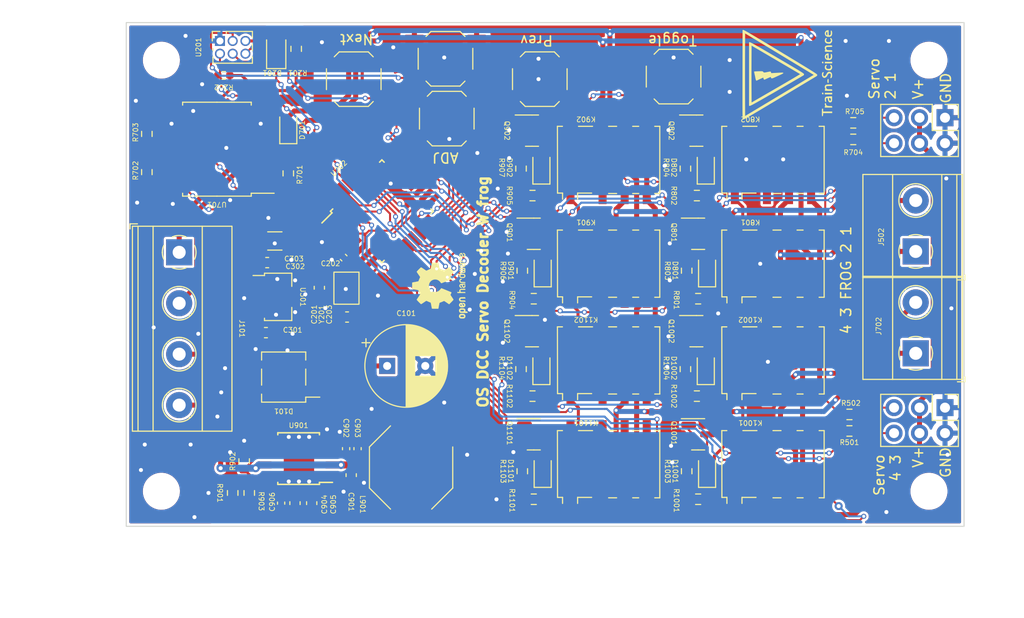
<source format=kicad_pcb>
(kicad_pcb (version 20221018) (generator pcbnew)
  (layers (0 "F.Cu" signal) (31 "B.Cu" signal) (34 "B.Paste" user) (35 "F.Paste" user) (36 "B.SilkS" user "B.Silkscreen") (37 "F.SilkS" user "F.Silkscreen") (38 "B.Mask" user) (39 "F.Mask" user) (44 "Edge.Cuts" user))
  (net 0 "")
  (net 1 "VCC")
  (net 2 "GND")
  (net 3 "/atmega/X1")
  (net 4 "+5V")
  (net 5 "/atmega/X2")
  (net 6 "Net-(U901-BS)")
  (net 7 "Net-(U901-SW)")
  (net 8 "+5VA")
  (net 9 "Net-(J101-Pin_4)")
  (net 10 "Net-(J101-Pin_3)")
  (net 11 "/atmega/LED")
  (net 12 "Net-(D201-A)")
  (net 13 "Net-(D701-K)")
  (net 14 "/DCC_B")
  (net 15 "Net-(D801-A)")
  (net 16 "Net-(D802-A)")
  (net 17 "Net-(D901-A)")
  (net 18 "Net-(D902-A)")
  (net 19 "Net-(D1001-A)")
  (net 20 "Net-(D1002-A)")
  (net 21 "Net-(D1101-A)")
  (net 22 "Net-(D1102-A)")
  (net 23 "/DCC_A")
  (net 24 "/Servo1-2/Servo2")
  (net 25 "/Servo1-2/Servo1")
  (net 26 "/Servo1-2/Frog1")
  (net 27 "/Servo1-2/Frog2")
  (net 28 "/Servo3-4/Servo2")
  (net 29 "/Servo3-4/Servo1")
  (net 30 "/Servo3-4/Frog1")
  (net 31 "/Servo3-4/Frog2")
  (net 64 "Net-(Q801-G)")
  (net 65 "Net-(Q802-G)")
  (net 66 "Net-(Q901-G)")
  (net 67 "Net-(Q902-G)")
  (net 68 "Net-(Q1001-G)")
  (net 69 "Net-(Q1002-G)")
  (net 70 "Net-(Q1101-G)")
  (net 71 "Net-(Q1102-G)")
  (net 72 "/atmega/reset")
  (net 73 "Net-(U701-EN)")
  (net 74 "/DCC/DCC_TTL")
  (net 75 "/Servo1-2/Relay1")
  (net 76 "/Servo1-2/Relay2")
  (net 77 "Net-(U901-FB)")
  (net 78 "/Servo1-2/Relay3")
  (net 79 "/Servo1-2/Relay4")
  (net 80 "/Servo3-4/Relay3")
  (net 81 "/Servo3-4/Relay4")
  (net 82 "/Servo3-4/Relay1")
  (net 83 "/Servo3-4/Relay2")
  (net 84 "/atmega/MOSI")
  (net 85 "/atmega/MISO")
  (net 87 "/atmega/D8")
  (net 88 "/atmega/D9")
  (net 89 "/atmega/D10")
  (net 90 "/atmega/A6")
  (net 92 "/atmega/A7")
  (footprint "custom_kicad_lib_sk:R_0603_smalltext" (layer "F.Cu") (at 122.971001 123.500001 -90)
    (fp_text reference "R906")
    (fp_text value "10k")
  )
  (footprint "Capacitor_SMD:C_0603_1608Metric" (layer "F.Cu") (at 100.315 146.685 90)
    (fp_text reference "C904")
    (fp_text value "22uF")
  )
  (footprint "Capacitor_SMD:C_0402_1005Metric" (layer "F.Cu") (at 106.553 141.252 90)
    (fp_text reference "C903")
    (fp_text value "22nF")
  )
  (footprint "Capacitor_SMD:C_0603_1608Metric_Pad1.08x0.95mm_HandSolder" (layer "F.Cu") (at 97.4185 129.678)
    (fp_text reference "C301")
    (fp_text value "330nF")
  )
  (footprint "custom_kicad_lib_sk:R_0603_smalltext" (layer "F.Cu") (at 122.844 133.3185 -90)
    (fp_text reference "R1104")
    (fp_text value "10k")
  )
  (footprint "Capacitor_SMD:C_0603_1608Metric" (layer "F.Cu") (at 105.505305 128.120897)
    (fp_text reference "C203")
    (fp_text value "12pF")
  )
  (footprint "Diode_SMD:D_SOD-323" (layer "F.Cu") (at 141.259 113.247001 90)
    (fp_text reference "D802")
    (fp_text value "1N4148WS")
  )
  (footprint "Relay_SMD:Relay_DPDT_Omron_G6K-2F-Y" (layer "F.Cu") (at 147.955 132.461 90)
    (fp_text reference "K1002")
    (fp_text value "G6K-2F-Y-TR DC5")
  )
  (footprint "Relay_SMD:Relay_DPDT_Omron_G6K-2F-Y" (layer "F.Cu") (at 147.955 122.809 90)
    (fp_text reference "K801")
    (fp_text value "G6K-2F-Y-TR DC5")
  )
  (footprint "Capacitor_THT:CP_Radial_D8.0mm_P3.80mm" (layer "F.Cu") (at 109.5 133)
    (fp_text reference "C101")
    (fp_text value "100uF" hide)
  )
  (footprint "Package_TO_SOT_SMD:SOT-23" (layer "F.Cu") (at 140.497 139.819001)
    (fp_text reference "Q1001")
    (fp_text value "AO3400A")
  )
  (footprint "Diode_SMD:D_SOD-323" (layer "F.Cu") (at 125.003 123.500001 90)
    (fp_text reference "D901")
    (fp_text value "1N4148WS")
  )
  (footprint "Connector_PinSocket_1.27mm:PinSocket_2x03_P1.27mm_Vertical" (layer "F.Cu") (at 92.837 100.584 90)
    (fp_text reference "U201")
    (fp_text value "HEADER_3x2")
  )
  (footprint "Capacitor_SMD:C_0603_1608Metric" (layer "F.Cu") (at 102.743305 125.199897 90)
    (fp_text reference "C201")
    (fp_text value "12pF")
  )
  (footprint "Package_TO_SOT_SMD:SOT-23" (layer "F.Cu") (at 123.9385 109.530001)
    (fp_text reference "Q902")
    (fp_text value "AO3400A")
  )
  (footprint "custom_kicad_lib_sk:default_switch" (layer "F.Cu") (at 106.172 104.394)
    (fp_text reference "SW101" hide)
    (fp_text value "default_switch")
  )
  (footprint "Package_SO:TI_SO-PowerPAD-8" (layer "F.Cu") (at 100.6785 142.24 180)
    (fp_text reference "U901")
    (fp_text value "MT2499A")
  )
  (footprint "custom_kicad_lib_sk:R_0603_smalltext" (layer "F.Cu") (at 140.497 146.296001)
    (fp_text reference "R1001")
    (fp_text value "22R")
  )
  (footprint "Capacitor_SMD:C_0402_1005Metric" (layer "F.Cu") (at 105.41 141.252 90)
    (fp_text reference "C902")
    (fp_text value "100nF")
  )
  (footprint "MountingHole:MountingHole_3.2mm_M3" (layer "F.Cu") (at 163.5 145.5)
    (fp_text reference "REF**" hide)
    (fp_text value "MountingHole_3.2mm_M3")
  )
  (footprint "custom_kicad_lib_sk:R_0603_smalltext" (layer "F.Cu") (at 140.37 116.007001)
    (fp_text reference "R802")
    (fp_text value "22R")
  )
  (footprint "Relay_SMD:Relay_DPDT_Omron_G6K-2F-Y" (layer "F.Cu") (at 147.955 142.811 90)
    (fp_text reference "K1001")
    (fp_text value "G6K-2F-Y-TR DC5")
  )
  (footprint "Package_TO_SOT_SMD:TO-269AA" (layer "F.Cu") (at 99.187 134.112 180)
    (fp_text reference "D101")
    (fp_text value "MB10S")
  )
  (footprint "Diode_SMD:D_SOD-323" (layer "F.Cu") (at 125.003 143.502 90)
    (fp_text reference "D1101")
    (fp_text value "1N4148WS")
  )
  (footprint "Capacitor_SMD:C_0402_1005Metric" (layer "F.Cu") (at 105.165894 122.193486 135)
    (fp_text reference "C202")
    (fp_text value "100nF")
  )
  (footprint "custom_kicad_lib_sk:R_0603_smalltext" (layer "F.Cu") (at 139.227001 113.316501 -90)
    (fp_text reference "R804")
    (fp_text value "10k")
  )
  (footprint "Resistor_SMD:R_0603_1608Metric_Pad0.98x0.95mm_HandSolder" (layer "F.Cu") (at 100.4355 101.3695 90)
    (fp_text reference "R201")
    (fp_text value "6k2")
  )
  (footprint "Capacitor_SMD:C_0603_1608Metric_Pad1.08x0.95mm_HandSolder" (layer "F.Cu") (at 97.5455 122.693)
    (fp_text reference "C302")
    (fp_text value "100nF")
  )
  (footprint "Package_TO_SOT_SMD:SOT-23" (layer "F.Cu") (at 140.3215 129.532001)
    (fp_text reference "Q1002")
    (fp_text value "AO3400A")
  )
  (footprint "custom_kicad_lib_sk:R_0603_smalltext" (layer "F.Cu") (at 122.971 143.502 -90)
    (fp_text reference "R1103")
    (fp_text value "10k")
  )
  (footprint "custom_kicad_lib_sk:R_0603_smalltext" (layer "F.Cu") (at 155.575 137.836)
    (fp_text reference "R502")
    (fp_text value "10k")
  )
  (footprint "Diode_SMD:D_SOD-323" (layer "F.Cu") (at 141.386 143.502001 90)
    (fp_text reference "D1001")
    (fp_text value "1N4148WS")
  )
  (footprint "Package_TO_SOT_SMD:SOT-23" (layer "F.Cu") (at 124.114 139.819)
    (fp_text reference "Q1101")
    (fp_text value "AO3400A")
  )
  (footprint "LED_SMD:LED_0805_2012Metric_Pad1.15x1.40mm_HandSolder" (layer "F.Cu") (at 98.4445 101.48 90)
    (fp_text reference "D201")
    (fp_text value "LED")
  )
  (footprint "custom_kicad_lib_sk:default_switch" (layer "F.Cu") (at 138.049 104.14)
    (fp_text reference "SW105" hide)
    (fp_text value "default_switch")
  )
  (footprint "Diode_SMD:D_SOD-323" (layer "F.Cu") (at 99.648 109.22 90)
    (fp_text reference "D701")
    (fp_text value "1N4148WS")
  )
  (footprint "Package_QFP:TQFP-32_7x7mm_P0.8mm" (layer "F.Cu") (at 108.975305 117.569897 45)
    (fp_text reference "U202")
    (fp_text value "ATmega328-A")
  )
  (footprint "Package_TO_SOT_SMD:SOT-23" (layer "F.Cu") (at 140.3215 109.530001)
    (fp_text reference "Q802")
    (fp_text value "AO3400A")
  )
  (footprint "custom_kicad_lib_sk:R_0603_smalltext" (layer "F.Cu") (at 124.114 146.296)
    (fp_text reference "R1101")
    (fp_text value "22R")
  )
  (footprint "Package_TO_SOT_SMD:SOT-89-3" (layer "F.Cu") (at 98.6365 126.111)
    (fp_text reference "U301")
    (fp_text value "L78L05_SOT89")
  )
  (footprint "TerminalBlock_Phoenix:TerminalBlock_Phoenix_MKDS-1,5-2-5.08_1x02_P5.08mm_Horizontal" (layer "F.Cu") (at 162.179 131.74 90)
    (fp_text reference "J702")
    (fp_text value "Frogs")
  )
  (footprint "custom_kicad_lib_sk:default_switch" (layer "F.Cu") (at 124.714 104.394)
    (fp_text reference "SW104" hide)
    (fp_text value "default_switch")
  )
  (footprint "Package_SO:SOP-8_6.62x9.15mm_P2.54mm" (layer "F.Cu") (at 92.536 111.379 180)
    (fp_text reference "U701")
    (fp_text value "6N137")
  )
  (footprint "custom_kicad_lib_sk:R_0603_smalltext" (layer "F.Cu") (at 124.114 126.294001)
    (fp_text reference "R904")
    (fp_text value "22R")
  )
  (footprint "Relay_SMD:Relay_DPDT_Omron_G6K-2F-Y" (layer "F.Cu") (at 147.955 112.459 90)
    (fp_text reference "K802")
    (fp_text value "G6K-2F-Y-TR DC5")
  )
  (footprint "custom_kicad_lib_sk:default_switch" (layer "F.Cu") (at 115.316 102.362)
    (fp_text reference "SW102" hide)
    (fp_text value "default_switch")
  )
  (footprint "Capacitor_SMD:C_0603_1608Metric" (layer "F.Cu") (at 105.918 143.891 -90)
    (fp_text reference "C901")
    (fp_text value "22uF")
  )
  (footprint "TerminalBlock_Phoenix:TerminalBlock_Phoenix_MKDS-1,5-4-5.08_1x04_P5.08mm_Horizontal" (layer "F.Cu") (at 88.773 121.666 -90)
    (fp_text reference "J101")
    (fp_text value "Screw_Terminal_01x04")
  )
  (footprint "custom_kicad_lib_sk:R_0603_smalltext" (layer "F.Cu") (at 139.354001 123.500001 -90)
    (fp_text reference "R803")
    (fp_text value "10k")
  )
  (footprint "Relay_SMD:Relay_DPDT_Omron_G6K-2F-Y" (layer "F.Cu") (at 131.572 132.461 90)
    (fp_text reference "K1102")
    (fp_text value "G6K-2F-Y-TR DC5")
  )
  (footprint "Connector_PinHeader_2.54mm:PinHeader_2x03_P2.54mm_Vertical" (layer "F.Cu") (at 165.1 108.24 -90)
    (fp_text reference "J701" hide)
    (fp_text value "Servo")
  )
  (footprint "Symbol:OSHW-Logo2_7.3x6mm_SilkScreen" (layer "F.Cu") (at 114.75 125 90)
    (fp_text reference "REF**" hide)
    (fp_text value "OSHW-Logo2_7.3x6mm_SilkScreen" hide)
  )
  (footprint "MountingHole:MountingHole_3.2mm_M3" (layer "F.Cu") (at 87 145.5 180)
    (fp_text reference "REF**" hide)
    (fp_text value "MountingHole_3.2mm_M3")
  )
  (footprint "custom_kicad_lib_sk:R_0603_smalltext" (layer "F.Cu") (at 155.956 110.404)
    (fp_text reference "R704")
    (fp_text value "10k")
  )
  (footprint "custom_kicad_lib_sk:crystal_arduino" (layer "F.Cu") (at 105.664305 125.292897 -90)
    (fp_text reference "Y201")
    (fp_text value "Crystal_GND2")
  )
  (footprint "Inductor_SMD:L_Bourns-SRU8028_8.0x8.0mm" (layer "F.Cu") (at 111.887 143.129 -90)
    (fp_text reference "L901")
    (fp_text value "L")
  )
  (footprint "custom_kicad_lib_sk:R_0603_smalltext" (layer "F.Cu") (at 99.648 113.792 90)
    (fp_text reference "R701")
    (fp_text value "1k5")
  )
  (footprint "Diode_SMD:D_SOD-323" (layer "F.Cu") (at 124.876 133.249 90)
    (fp_text reference "D1102")
    (fp_text value "1N4148WS")
  )
  (footprint "custom_kicad_lib_sk:R_0603_smalltext" (layer "F.Cu") (at 140.37 136.009001)
    (fp_text reference "R1002")
    (fp_text value "22R")
  )
  (footprint "TerminalBlock_Phoenix:TerminalBlock_Phoenix_MKDS-1,5-2-5.08_1x02_P5.08mm_Horizontal" (layer "F.Cu") (at 162.179 121.58 90)
    (fp_text reference "J502")
    (fp_text value "Frogs")
  )
  (footprint "custom_kicad_lib_sk:R_0603_smalltext" (layer "F.Cu") (at 155.575 139.487)
    (fp_text reference "R501")
    (fp_text value "10k")
  )
  (footprint "custom_kicad_lib_sk:R_0603_smalltext" (layer "F.Cu") (at 140.497 126.294001)
    (fp_text reference "R801")
    (fp_text value "22R")
  )
  (footprint "custom_kicad_lib_sk:R_0603_smalltext" (layer "F.Cu") (at 139.227001 133.318501 -90)
    (fp_text reference "R1004")
    (fp_text value "10k")
  )
  (footprint "Resistor_SMD:R_0603_1608Metric" (layer "F.Cu") (at 95.758 145.669 -90)
    (fp_text reference "R903")
    (fp_text value "150k")
  )
  (footprint "Diode_SMD:D_SOD-323" (layer "F.Cu") (at 141.386 123.500001 90)
    (fp_text reference "D801")
    (fp_text value "1N4148WS")
  )
  (footprint "MountingHole:MountingHole_3.2mm_M3" (layer "F.Cu") (at 163.5 102.5)
    (fp_text reference "REF**" hide)
    (fp_text value "MountingHole_3.2mm_M3")
  )
  (footprint "Relay_SMD:Relay_DPDT_Omron_G6K-2F-Y" (layer "F.Cu") (at 131.572 112.459 90)
    (fp_text reference "K902")
    (fp_text value "G6K-2F-Y-TR DC5")
  )
  (footprint "MountingHole:MountingHole_3.2mm_M3" (layer "F.Cu") (at 87 102.5 180)
    (fp_text reference "REF**" hide)
    (fp_text value "MountingHole_3.2mm_M3")
  )
  (footprint "Capacitor_SMD:C_0402_1005Metric" (layer "F.Cu") (at 98.933 146.683 90)
    (fp_text reference "C906")
    (fp_text value "100nF")
  )
  (footprint "Connector_PinHeader_2.54mm:PinHeader_2x03_P2.54mm_Vertical" (layer "F.Cu") (at 165.1 137.16 -90)
    (fp_text reference "J501" hide)
    (fp_text value "Servo")
  )
  (footprint "custom_kicad_lib_sk:R_0603_smalltext" (layer "F.Cu") (at 155.956 108.753)
    (fp_text reference "R705")
    (fp_text value "10k")
  )
  (footprint "custom_kicad_lib_sk:R_0603_smalltext" (layer "F.Cu") (at 85.551 113.665 90)
    (fp_text reference "R702")
    (fp_text value "10k")
  )
  (footprint "custom_kicad_lib_sk:R_0603_smalltext" (layer "F.Cu") (at 122.844001 113.316501 -90)
    (fp_text reference "R907")
    (fp_text value "10k")
  )
  (footprint "Package_TO_SOT_SMD:SOT-23" (layer "F.Cu") (at 124.114 119.817001)
    (fp_text reference "Q901")
    (fp_text value "AO3400A")
  )
  (footprint "custom_kicad_lib_sk:R_0603_smalltext" (layer "F.Cu") (at 123.987 136.009)
    (fp_text reference "R1102")
    (fp_text value "22R")
  )
  (footprint "Resistor_SMD:R_0603_1608Metric" (layer "F.Cu") (at 95.25 142.494 90)
    (fp_text reference "R902")
    (fp_text value "20k")
  )
  (footprint "Package_TO_SOT_SMD:SOT-23" (layer "F.Cu") (at 123.9385 129.532)
    (fp_text reference "Q1102")
    (fp_text value "AO3400A" hide)
  )
  (footprint "Resistor_SMD:R_0402_1005Metric_Pad0.72x0.64mm_HandSolder" (layer "F.Cu") (at 93.223 104.023 180)
    (fp_text reference "R202")
    (fp_text value "10k")
  )
  (footprint "custom_kicad_lib_sk:Train-Science logo small" (layer "F.Cu") (at 149.479 103.886 90)
    (fp_text reference "G***" hide)
    (fp_text value "LOGO" hide)
  )
  (footprint "Relay_SMD:Relay_DPDT_Omron_G6K-2F-Y" (layer "F.Cu") (at 131.572 142.811 90)
    (fp_text reference "K1101")
    (fp_text value "G6K-2F-Y-TR DC5")
  )
  (footprint "Relay_SMD:Relay_DPDT_Omron_G6K-2F-Y" (layer "F.Cu") (at 131.572 122.809 90)
    (fp_text reference "K901")
    (fp_text value "G6K-2F-Y-TR DC5")
  )
  (footprint "Capacitor_SMD:C_0603_1608Metric" (layer "F.Cu") (at 101.981 146.685 90)
    (fp_text reference "C905")
    (fp_text value "22uF")
  )
  (footprint "Package_TO_SOT_SMD:SOT-23" (layer "F.Cu") (at 140.497 119.817001)
    (fp_text reference "Q801")
    (fp_text value "AO3400A")
  )
  (footprint "custom_kicad_lib_sk:R_0603_smalltext" (layer "F.Cu") (at 123.987 116.007001)
    (fp_text reference "R905")
    (fp_text value "22R")
  )
  (footprint "custom_kicad_lib_sk:default_switch" (layer "F.Cu") (at 115.443 108.331 180)
    (fp_text reference "SW103" hide)
    (fp_text value "default_switch")
  )
  (footprint "custom_kicad_lib_sk:R_0603_smalltext" (layer "F.Cu") (at 85.551 109.855 90)
    (fp_text reference "R703")
    (fp_text value "10k")
  )
  (footprint "Diode_SMD:D_SOD-323" (layer "F.Cu") (at 124.876 113.247001 90)
    (fp_text reference "D902")
    (fp_text value "1N4148WS")
  )
  (footprint "custom_kicad_lib_sk:R_0603_smalltext" (layer "F.Cu") (at 139.354001 143.502001 -90)
    (fp_text reference "R1003")
    (fp_text value "10k")
  )
  (footprint "Diode_SMD:D_SOD-323" (layer "F.Cu") (at 141.259 133.249001 90)
    (fp_text reference "D1002")
    (fp_text value "1N4148WS")
  )
  (footprint "Resistor_SMD:R_0603_1608Metric" (layer "F.Cu") (at 94.107 145.669 90)
    (fp_text reference "R901")
    (fp_text value "220k")
  )
  (footprint "Capacitor_SMD:C_1206_3216Metric_Pad1.33x1.80mm_HandSolder" (layer "F.Cu") (at 98.3075 120.534)
    (fp_text reference "C303")
    (fp_text value "100uF")
  )
  (gr_rect (start 83.5 98.75) (end 167 149) (stroke (width 0.1)) (fill none) (layer "Edge.Cuts"))
  (gr_text "Next\n" (at 108.204 99.822 180) (layer "F.SilkS") (effects (font (size 1 1)) (justify left bottom)))
  (gr_text "Toggle\n" (at 140.462 99.949 180) (layer "F.SilkS") (effects (font (size 1 1)) (justify left bottom)))
  (gr_text "4 3 FROG 2 1" (at 155.829 129.921 90) (layer "F.SilkS") (effects (font (size 1 1)) (justify left bottom)))
  (gr_text "GND\n" (at 165.75 144.25 90) (layer "F.SilkS") (effects (font (size 1 1)) (justify left bottom)))
  (gr_text "V+" (at 163 106.5 90) (layer "F.SilkS") (effects (font (size 1 1)) (justify left bottom)))
  (gr_text "OS DCC Servo Decoder W frog" (at 119.634 137.287 90) (layer "F.SilkS") (effects (font (size 1 1) (thickness 0.25) bold) (justify left bottom)))
  (gr_text "ADJ\n" (at 116.713 111.633 180) (layer "F.SilkS") (effects (font (size 1 1)) (justify left bottom)))
  (gr_text "Prev" (at 126.111 99.949 180) (layer "F.SilkS") (effects (font (size 1 1)) (justify left bottom)))
  (gr_text "Servo\n2 1" (at 160.25 106.5 90) (layer "F.SilkS") (effects (font (size 1 1)) (justify left bottom)))
  (gr_text "V+" (at 163 143.25 90) (layer "F.SilkS") (effects (font (size 1 1)) (justify left bottom)))
  (gr_text "GND\n" (at 165.765 106.91 90) (layer "F.SilkS") (effects (font (size 1 1)) (justify left bottom)))
  (gr_text "Servo\n4 3" (at 160.75 141.75 90) (layer "F.SilkS") (effects (font (size 1 1)) (justify right bottom)))
  (segment (start 96.6865 127.611) (end 96.6865 129.5475) (width 0.5) (layer "F.Cu") (net 1))
  (segment (start 105.677 142.875) (end 105.918 143.116) (width 0.7) (layer "F.Cu") (net 1))
  (segment (start 103.4585 142.875) (end 104.902 142.875) (width 0.7) (layer "F.Cu") (net 1))
  (segment (start 104.902 142.875) (end 105.677 142.875) (width 0.7) (layer "F.Cu") (net 1))
  (segment (start 92.90705 143.19905) (end 92.90705 140.470909) (width 0.5) (layer "F.Cu") (net 1))
  (segment (start 109.5 133) (end 104.644 133) (width 0.5) (layer "F.Cu") (net 1))
  (segment (start 97.995959 135.382) (end 98.5 135.382) (width 0.5) (layer "F.Cu") (net 1))
  (segment (start 92.90705 140.470909) (end 97.995959 135.382) (width 0.5) (layer "F.Cu") (net 1))
  (segment (start 104.644 133) (end 102.262 135.382) (width 0.5) (layer "F.Cu") (net 1))
  (segment (start 98.5 135.382) (end 102.262 135.382) (width 0.5) (layer "F.Cu") (net 1))
  (segment (start 96.7186 142.875) (end 97.8985 142.875) (width 0.7) (layer "F.Cu") (net 1))
  (segment (start 96.556 129.678) (end 97.995959 131.117959) (width 0.5) (layer "F.Cu") (net 1))
  (segment (start 98.377959 135.382) (end 97.995959 135) (width 0.5) (layer "F.Cu") (net 1))
  (segment (start 97.995959 135) (end 97.995959 135.382) (width 0.5) (layer "F.Cu") (net 1))
  (segment (start 96.6865 129.5475) (end 96.556 129.678) (width 0.5) (layer "F.Cu") (net 1))
  (segment (start 98.5 135.382) (end 98.377959 135.382) (width 0.5) (layer "F.Cu") (net 1))
  (segment (start 96.39455 143.19905) (end 96.7186 142.875) (width 0.7) (layer "F.Cu") (net 1))
  (segment (start 97.995959 131.117959) (end 97.995959 135) (width 0.5) (layer "F.Cu") (net 1))
  (via (at 92.90705 143.19905) (size 0.8) (drill 0.4) (layers "F.Cu" "B.Cu") (net 1))
  (via (at 104.902 142.875) (size 0.8) (drill 0.4) (layers "F.Cu" "B.Cu") (net 1))
  (via (at 96.39455 143.19905) (size 0.8) (drill 0.4) (layers "F.Cu" "B.Cu") (net 1))
  (segment (start 96.7186 142.875) (end 96.39455 143.19905) (width 0.7) (layer "B.Cu") (net 1))
  (segment (start 96.39455 143.19905) (end 92.90705 143.19905) (width 0.7) (layer "B.Cu") (net 1))
  (segment (start 104.902 142.875) (end 96.7186 142.875) (width 0.7) (layer "B.Cu") (net 1))
  (segment (start 92.837 143.129) (end 92.90705 143.19905) (width 0.7) (layer "B.Cu") (net 1))
  (segment (start 99.695 145.351) (end 99.695 144.526) (width 1) (layer "F.Cu") (net 2))
  (segment (start 100.711 144.526) (end 100.711 145.514) (width 1) (layer "F.Cu") (net 2))
  (segment (start 93.917 141.669) (end 93.853 141.605) (width 0.7) (layer "F.Cu") (net 2))
  (segment (start 105.931 144.653) (end 105.918 144.666) (width 0.7) (layer "F.Cu") (net 2))
  (segment (start 123.1765 140.769) (end 122.91 140.769) (width 0.2) (layer "F.Cu") (net 2))
  (segment (start 95.25 141.669) (end 93.917 141.669) (width 0.7) (layer "F.Cu") (net 2))
  (segment (start 100.711 145.514) (end 100.315 145.91) (width 1) (layer "F.Cu") (net 2))
  (segment (start 105.378305 125.458897) (end 104.494305 126.342897) (width 0.25) (layer "F.Cu") (net 2))
  (segment (start 104.730305 128.120897) (end 104.730305 126.578897) (width 0.25) (layer "F.Cu") (net 2))
  (segment (start 101.727 140.081) (end 101.727 144.526) (width 1) (layer "F.Cu") (net 2))
  (segment (start 105.256813 121.854075) (end 106.252944 120.857944) (width 0.2) (layer "F.Cu") (net 2))
  (segment (start 102.743305 125.974897) (end 104.126305 125.974897) (width 0.25) (layer "F.Cu") (net 2))
  (segment (start 101.727 144.526) (end 101.727 145.656) (width 1) (layer "F.Cu") (net 2))
  (segment (start 104.394 120.454146) (end 105.121573 119.726573) (width 0.2) (layer "F.Cu") (net 2))
  (segment (start 106.394305 124.442897) (end 105.510305 125.326897) (width 0.25) (layer "F.Cu") (net 2))
  (segment (start 104.394 121.421592) (end 104.394 120.454146) (width 0.2) (layer "F.Cu") (net 2))
  (segment (start 105.510305 125.326897) (end 105.378305 125.326897) (width 0.25) (layer "F.Cu") (net 2))
  (segment (start 98.933 146.113) (end 99.695 145.351) (width 1) (layer "F.Cu") (net 2))
  (segment (start 104.826483 121.854075) (end 104.394 121.421592) (width 0.2) (layer "F.Cu") (net 2))
  (segment (start 106.394305 124.142897) (end 106.394305 124.442897) (width 0.25) (layer "F.Cu") (net 2))
  (segment (start 111.044516 114.935) (end 109.982 114.935) (width 0.2) (layer "F.Cu") (net 2))
  (segment (start 101.092 146.113) (end 98.933 146.113) (width 1) (layer "F.Cu") (net 2))
  (segment (start 105.378305 125.326897) (end 105.378305 125.458897) (width 0.25) (layer "F.Cu") (net 2))
  (segment (start 104.471 146.113) (end 101.092 146.113) (width 0.7) (layer "F.Cu") (net 2))
  (segment (start 101.778 146.113) (end 101.092 146.113) (width 1) (layer "F.Cu") (net 2))
  (segment (start 122.082 141.7005) (end 122.971 142.5895) (width 0.2) (layer "F.Cu") (net 2))
  (segment (start 100.711 144.526) (end 100.711 140.081) (width 1) (layer "F.Cu") (net 2))
  (segment (start 104.826483 121.854075) (end 105.256813 121.854075) (width 0.2) (layer "F.Cu") (net 2))
  (segment (start 103.4585 140.335) (end 101.981 140.335) (width 1) (layer "F.Cu") (net 2))
  (segment (start 95.225 140.487) (end 95.225 141.669) (width 1) (layer "F.Cu") (net 2))
  (segment (start 101.981 140.335) (end 101.727 140.081) (width 1) (layer "F.Cu") (net 2))
  (segment (start 104.730305 126.578897) (end 104.494305 126.342897) (width 0.25) (layer "F.Cu") (net 2))
  (segment (start 122.082 141.597) (end 122.082 141.7005) (width 0.2) (layer "F.Cu") (net 2))
  (segment (start 95.25 140.462) (end 95.225 140.487) (width 1) (layer "F.Cu") (net 2))
  (segment (start 109.982 114.935) (end 109.855 114.808) (width 0.2) (layer "F.Cu") (net 2))
  (segment (start 122.91 140.769) (end 122.082 141.597) (width 0.2) (layer "F.Cu") (net 2))
  (segment (start 111.697666 114.28185) (end 111.044516 114.935) (width 0.2) (layer "F.Cu") (net 2))
  (segment (start 107.188 144.653) (end 105.931 144.653) (width 0.7) (layer "F.Cu") (net 2))
  (segment (start 105.918 144.666) (end 104.471 146.113) (width 0.7) (layer "F.Cu") (net 2))
  (segment (start 101.981 145.91) (end 101.778 146.113) (width 1) (layer "F.Cu") (net 2))
  (segment (start 101.727 145.656) (end 101.981 145.91) (width 1) (layer "F.Cu") (net 2))
  (segment (start 99.695 140.081) (end 99.695 144.526) (width 1) (layer "F.Cu") (net 2))
  (segment (start 104.126305 125.974897) (end 104.494305 126.342897) (width 0.25) (layer "F.Cu") (net 2))
  (via (at 93.853 116.459) (size 0.8) (drill 0.4) (layers "F.Cu" "B.Cu") (net 2))
  (via (at 91.694 145.669) (size 0.8) (drill 0.4) (layers "F.Cu" "B.Cu") (net 2))
  (via (at 155.194 100.584) (size 0.8) (drill 0.4) (layers "F.Cu" "B.Cu") (net 2))
  (via (at 90.17 107.569) (size 0.8) (drill 0.4) (layers "F.Cu" "B.Cu") (net 2))
  (via (at 159.512 100.584) (size 0.8) (drill 0.4) (layers "F.Cu" "B.Cu") (net 2))
  (via (at 165.227 114.3) (size 0.8) (drill 0.4) (layers "F.Cu" "B.Cu") (net 2))
  (via (at 88.138 116.84) (size 0.8) (drill 0.4) (layers "F.Cu" "B.Cu") (net 2))
  (via (at 137.414 133.096) (size 0.8) (drill 0.4) (layers "F.Cu" "B.Cu") (net 2))
  (via (at 143.637 105.664) (size 0.8) (drill 0.4) (layers "F.Cu" "B.Cu") (net 2))
  (via (at 95.25 126.238) (size 0.8) (drill 0.4) (layers "F.Cu" "B.Cu") (net 2))
  (via (at 101.727 144.526) (size 0.8) (drill 0.4) (layers "F.Cu" "B.Cu") (net 2))
  (via (at 115.189 102.235) (size 0.8) (drill 0.4) (layers "F.Cu" "B.Cu") (net 2))
  (via (at 142.494 127.762) (size 0.8) (drill 0.4) (layers "F.Cu" "B.Cu") (net 2))
  (via (at 101.727 140.081) (size 0.8) (drill 0.4) (layers "F.Cu" "B.Cu") (net 2))
  (via (at 122.082 141.597) (size 0.8) (drill 0.4) (layers "F.Cu" "B.Cu") (net 2))
  (via (at 104.775 139.573) (size 0.8) (drill 0.4) (layers "F.Cu" "B.Cu") (net 2))
  (via (at 97.663 118.237) (size 0.8) (drill 0.4) (layers "F.Cu" "B.Cu") (net 2))
  (via (at 98.298 120.777) (size 0.8) (drill 0.4) (layers "F.Cu" "B.Cu") (net 2))
  (via (at 110.109 101.219) (size 0.8) (drill 0.4) (layers "F.Cu" "B.Cu") (net 2))
  (via (at 148.971 112.395) (size 0.8) (drill 0.4) (layers "F.Cu" "B.Cu") (net 2))
  (via (at 165.735 127.254) (size 0.8) (drill 0.4) (layers "F.Cu" "B.Cu") (net 2))
  (via (at 118.872 121.539) (size 0.8) (drill 0.4) (layers "F.Cu" "B.Cu") (net 2))
  (via (at 103.505 139.319) (size 0.8) (drill 0.4) (layers "F.Cu" "B.Cu") (net 2))
  (via (at 108.585 125.984) (size 0.8) (drill 0.4) (layers "F.Cu" "B.Cu") (net 2))
  (via (at 93.345 133.223) (size 0.8) (drill 0.4) (layers "F.Cu" "B.Cu") (net 2))
  (via (at 124.587 104.394) (size 0.8) (drill 0.4) (layers "F.Cu" "B.Cu") (net 2))
  (via (at 93.853 141.605) (size 0.8) (drill 0.4) (layers "F.Cu" "B.Cu") (net 2))
  (via (at 121.031 124.587) (size 0.8) (drill 0.4) (layers "F.Cu" "B.Cu") (net 2))
  (via (at 89.916 140.843) (size 0.8) (drill 0.4) (layers "F.Cu" "B.Cu") (net 2))
  (via (at 95.25 140.462) (size 0.8) (drill 0.4) (layers "F.Cu" "B.Cu") (net 2))
  (via (at 105.378305 125.326897) (size 0.8) (drill 0.4) (layers "F.Cu" "B.Cu") (net 2))
  (via (at 105.156 145.542) (size 0.8) (drill 0.4) (layers "F.Cu" "B.Cu") (net 2))
  (via (at 137.668 124.46) (size 0.8) (drill 0.4) (layers "F.Cu" "B.Cu") (net 2))
  (via (at 91.059 104.902) (size 0.8) (drill 0.4) (layers "F.Cu" "B.Cu") (net 2))
  (via (at 125.222 128.397) (size 0.8) (drill 0.4) (layers "F.Cu" "B.Cu") (net 2))
  (via (at 124.587 102.362) (size 0.8) (drill 0.4) (layers "F.Cu" "B.Cu") (net 2))
  (via (at 99.568 131.445) (size 0.8) (drill 0.4) (layers "F.Cu" "B.Cu") (net 2))
  (via (at 98.425 127.889) (size 0.8) (drill 0.4) (layers "F.Cu" "B.Cu") (net 2))
  (via (at 121.412 119.634) (size 0.8) (drill 0.4) (layers "F.Cu" "B.Cu") (net 2))
  (via (at 90.678 129.794) (size 0.8) (drill 0.4) (layers "F.Cu" "B.Cu") (net 2))
  (via (at 115.697 110.363) (size 0.8) (drill 0.4) (layers "F.Cu" "B.Cu") (net 2))
  (via (at 102.997 120.65) (size 0.8) (drill 0.4) (layers "F.Cu" "B.Cu") (net 2))
  (via (at 98.552 124.333) (size 0.8) (drill 0.4) (layers "F.Cu" "B.Cu") (net 2))
  (via (at 121.666 112.268) (size 0.8) (drill 0.4) (layers "F.Cu" "B.Cu") (net 2))
  (via (at 118.237 123.825) (size 0.8) (drill 0.4) (layers "F.Cu" "B.Cu") (net 2))
  (via (at 109.855 114.808) (size 0.8) (drill 0.4) (layers "F.Cu" "B.Cu") (net 2))
  (via (at 120.523 115.316) (size 0.8) (drill 0.4) (layers "F.Cu" "B.Cu") (net 2))
  (via (at 143.637 102.489) (size 0.8) (drill 0.4) (layers "F.Cu" "B.Cu") (net 2))
  (via (at 92.583 138.049) (size 0.8) (drill 0.4) (layers "F.Cu" "B.Cu") (net 2))
  (via (at 120.396 146.304) (size 0.8) (drill 0.4) (layers "F.Cu" "B.Cu") (net 2))
  (via (at 86.233 129.159) (size 0.8) (drill 0.4) (layers "F.Cu" "B.Cu") (net 2))
  (via (at 107.188 144.653) (size 0.8) (drill 0.4) (layers "F.Cu" "B.Cu") (net 2))
  (via (at 107.95 137.287) (size 0.8) (drill 0.4) (layers "F.Cu" "B.Cu") (net 2))
  (via (at 99.949 122.428) (size 0.8) (drill 0.4) (layers "F.Cu" "B.Cu") (net 2))
  (via (at 100.33 124.46) (size 0.8) (drill 0.4) (layers "F.Cu" "B.Cu") (net 2))
  (via (at 121.031 130.683) (size 0.8) (drill 0.4) (layers "F.Cu" "B.Cu") (net 2))
  (via (at 96.393 131.318) (size 0.8) (drill 0.4) (layers "F.Cu" "B.Cu") (net 2))
  (via (at 137.541 130.048) (size 0.8) (drill 0.4) (layers "F.Cu" "B.Cu") (net 2))
  (via (at 137.795 140.97) (size 0.8) (drill 0.4) (layers "F.Cu" "B.Cu") (net 2))
  (via (at 121.285 132.842) (size 0.8) (drill 0.4) (layers "F.Cu" "B.Cu") (net 2))
  (via (at 146.685 122.809) (size 0.8) (drill 0.4) (layers "F.Cu" "B.Cu") (net 2))
  (via (at 138.049 102.235) (size 0.8) (drill 0.4) (layers "F.Cu" "B.Cu") (net 2))
  (via (at 92.964 135.636) (size 0.8) (drill 0.4) (layers "F.Cu" "B.Cu") (net 2))
  (via (at 115.189 136.652) (size 0.8) (drill 0.4) (layers "F.Cu" "B.Cu") (net 2))
  (via (at 137.668 120.777) (size 0.8) (drill 0.4) (layers "F.Cu" "B.Cu") (net 2))
  (via (at 137.922 142.621) (size 0.8) (drill 0.4) (layers "F.Cu" "B.Cu") (net 2))
  (via (at 137.541 109.474) (size 0.8) (drill 0.4) (layers "F.Cu" "B.Cu") (net 2))
  (via (at 99.695 144.526) (size 0.8) (drill 0.4) (layers "F.Cu" "B.Cu") (net 2))
  (via (at 88.011 108.839) (size 0.8) (drill 0.4) (layers "F.Cu" "B.Cu") (net 2))
  (via (at 84.455 106.553) (size 0.8) (drill 0.4) (layers "F.Cu" "B.Cu") (net 2))
  (via (at 99.695 140.081) (size 0.8) (drill 0.4) (layers "F.Cu" "B.Cu") (net 2))
  (via (at 100.076 129.794) (size 0.8) (drill 0.4) (layers "F.Cu" "B.Cu") (net 2))
  (via (at 117.475 141.859) (size 0.8) (drill 0.4) (layers "F.Cu" "B.Cu") (net 2))
  (via (at 90.297 148.082) (size 0.8) (drill 0.4) (layers "F.Cu" "B.Cu") (net 2))
  (via (at 165.354 141.859) (size 0.8) (drill 0.4) (layers "F.Cu" "B.Cu") (net 2))
  (via (at 137.16 113.03) (size 0.8) (drill 0.4) (layers "F.Cu" "B.Cu") (net 2))
  (via (at 118.491 111.76) (size 0.8) (drill 0.4) (layers "F.Cu" "B.Cu") (net 2))
  (via (at 100.711 140.081) (size 0.8) (drill 0.4) (layers "F.Cu" "B.Cu") (net 2))
  (via (at 93.472 111.252) (size 0.8) (drill 0.4) (layers "F.Cu" "B.Cu") (net 2))
  (via (at 103.981305 122.405897) (size 0.8) (drill 0.4) (layers "F.Cu" "B.Cu") (net 2))
  (via (at 159.258 147.574) (size 0.8) (drill 0.4) (layers "F.Cu" "B.Cu") (net 2))
  (via (at 84.963 143.383) (size 0.8) (drill 0.4) (layers "F.Cu" "B.Cu") (net 2))
  (via (at 145.288 112.395) (size 0.8) (drill 0.4) (layers "F.Cu" "B.Cu") (net 2))
  (via (at 121.666 109.474) (size 0.8) (drill 0.4) (layers "F.Cu" "B.Cu") (net 2))
  (via (at 100.33 127.635) (size 0.8) (drill 0.4) (layers "F.Cu" "B.Cu") (net 2))
  (via (at 100.711 144.526) (size 0.8) (drill 0.4) (layers "F.Cu" "B.Cu") (net 2))
  (via (at 117.729 127.381) (size 0.8) (drill 0.4) (layers "F.Cu" "B.Cu") (net 2))
  (via (at 155.321 106.045) (size 0.8) (drill 0.4) (layers "F.Cu" "B.Cu") (net 2))
  (via (at 121.539 121.793) (size 0.8) (drill 0.4) (layers "F.Cu" "B.Cu") (net 2))
  (via (at 89.408 100.076) (size 0.8) (drill 0.4) (layers "F.Cu" "B.Cu") (net 2))
  (via (at 147.447 132.588) (size 0.8) (drill 0.4) (layers "F.Cu" "B.Cu") (net 2))
  (via (at 96.901 108.839) (size 0.8) (drill 0.4) (layers "F.Cu" "B.Cu") (net 2))
  (via (at 85.344 140.843) (size 0.8) (drill 0.4) (layers "F.Cu" "B.Cu") (net 2))
  (via (at 103.346305 127.231897) (size 0.8) (drill 0.4) (layers "F.Cu" "B.Cu") (net 2))
  (via (at 102.997 100.711) (size 0.8) (drill 0.4) (layers "F.Cu" "B.Cu") (net 2))
  (via (at 101.346 125.857) (size 0.8) (drill 0.4) (layers "F.Cu" "B.Cu") (net 2))
  (via (at 84.582 116.713) (size 0.8) (drill 0.4) (layers "F.Cu" "B.Cu") (net 2))
  (segment (start 107.384315 121.989314) (end 106.669335 122.704294) (width 0.25) (layer "F.Cu") (net 3))
  (segment (start 106.669335 122.704294) (end 106.189508 122.704294) (width 0.25) (layer "F.Cu") (net 3))
  (segment (start 104.750905 124.142897) (end 104.494305 124.142897) (width 0.25) (layer "F.Cu") (net 3))
  (segment (start 102.743305 124.424897) (end 104.212305 124.424897) (width 0.25) (layer "F.Cu") (net 3))
  (segment (start 106.189508 122.704294) (end 104.750905 124.142897) (width 0.25) (layer "F.Cu") (net 3))
  (segment (start 104.212305 124.424897) (end 104.494305 124.142897) (width 0.25) (layer "F.Cu") (net 3))
  (segment (start 97.582 119.334) (end 96.745 120.171) (width 0.2) (layer "F.Cu") (net 4))
  (segment (start 107.442 119.761) (end 107.313084 119.889916) (width 0.2) (layer "F.Cu") (net 4))
  (segment (start 96.52 105.537) (end 99.695 105.537) (width 0.3) (layer "F.Cu") (net 4))
  (segment (start 106.818629 121.423629) (end 107.313084 120.929174) (width 0.2) (layer "F.Cu") (net 4))
  (segment (start 107.696 119.507) (end 107.442 119.761) (width 0.2) (layer "F.Cu") (net 4))
  (segment (start 85.551 114.5775) (end 84.776 113.8025) (width 0.2) (layer "F.Cu") (net 4))
  (segment (start 100.4355 102.282) (end 101.2605 101.457) (width 0.3) (layer "F.Cu") (net 4))
  (segment (start 96.6865 124.611) (end 96.6865 120.5925) (width 0.5) (layer "F.Cu") (net 4))
  (segment (start 86.868 106.172) (end 93.091 106.172) (width 0.3) (layer "F.Cu") (net 4))
  (segment (start 154.6625 139.487) (end 153.121 139.487) (width 0.2) (layer "F.Cu") (net 4))
  (segment (start 155.0435 110.404) (end 153.162 112.2855) (width 0.2) (layer "F.Cu") (net 4))
  (segment (start 152.019 144.4975) (end 154.5 146.9785) (width 0.2) (layer "F.Cu") (net 4))
  (segment (start 155.0435 108.753) (end 155.0435 110.404) (width 0.2) (layer "F.Cu") (net 4))
  (segment (start 101.427 119.334) (end 97.582 119.334) (width 0.2) (layer "F.Cu") (net 4))
  (segment (start 153.162 112.2855) (end 153.162 136.3355) (width 0.2) (layer "F.Cu") (net 4))
  (segment (start 106.181712 119.797804) (end 105.687258 120.292258) (width 0.2) (layer "F.Cu") (net 4))
  (segment (start 143.251 148.505) (end 92.505 148.505) (width 0.2) (layer "F.Cu") (net 4))
  (segment (start 96.6865 120.5925) (end 96.745 120.534) (width 0.5) (layer "F.Cu") (net 4))
  (segment (start 92.505 148.505) (end 90.5 146.5) (width 0.2) (layer "F.Cu") (net 4))
  (segment (start 105.505305 122.532897) (end 104.932305 123.105897) (width 0.2) (layer "F.Cu") (net 4))
  (segment (start 93.8205 104.023) (end 95.006 104.023) (width 0.3) (layer "F.Cu") (net 4))
  (segment (start 107.313084 120.013084) (end 107.097804 119.797804) (width 0.2) (layer "F.Cu") (net 4))
  (segment (start 90.5 146.5) (end 90.5 143.9) (width 0.2) (layer "F.Cu") (net 4))
  (segment (start 156.622 148.378) (end 143.378 148.378) (width 0.2) (layer "F.Cu") (net 4))
  (segment (start 100.82685 99.53) (end 97.745972 99.53) (width 0.3) (layer "F.Cu") (net 4))
  (segment (start 87 131) (end 93.389 124.611) (width 0.2) (layer "F.Cu") (net 4))
  (segment (start 153.121 139.487) (end 152.455 140.153) (width 0.2) (layer "F.Cu") (net 4))
  (segment (start 113.394722 115.978907) (end 109.866629 119.507) (width 0.2) (layer "F.Cu") (net 4))
  (segment (start 85.551 110.7675) (end 84.726 109.9425) (width 0.3) (layer "F.Cu") (net 4))
  (segment (start 101.854 121.268542) (end 101.854 119.761) (width 0.2) (layer "F.Cu") (net 4))
  (segment (start 103.691355 123.105897) (end 101.854 121.268542) (width 0.2) (layer "F.Cu") (net 4))
  (segment (start 88.011 115.189) (end 89.281 115.189) (width 0.2) (layer "F.Cu") (net 4))
  (segment (start 93.389 124.611) (end 96.6865 124.611) (width 0.2) (layer "F.Cu") (net 4))
  (segment (start 84.726 109.9425) (end 84.726 108.314) (width 0.3) (layer "F.Cu") (net 4))
  (segment (start 84.726 108.314) (end 86.868 106.172) (width 0.3) (layer "F.Cu") (net 4))
  (segment (start 100.4355 104.7965) (end 100.4355 102.282) (width 0.3) (layer "F.Cu") (net 4))
  (segment (start 152.455 140.153) (end 152.455 140.511) (width 0.2) (layer "F.Cu") (net 4))
  (segment (start 106.614573 121.423629) (end 105.505305 122.532897) (width 0.25) (layer "F.Cu") (net 4))
  (segment (start 84.776 111.5425) (end 85.551 110.7675) (width 0.2) (layer "F.Cu") (net 4))
  (segment (start 93.091 106.172) (end 93.8205 105.4425) (width 0.3) (layer "F.Cu") (net 4))
  (segment (start 93.8205 105.4425) (end 93.8205 104.023) (width 0.3) (layer "F.Cu") (net 4))
  (segment (start 93.890097 117.385097) (end 96.745 120.24) (width 0.2) (layer "F.Cu") (net 4))
  (segment (start 109.866629 119.507) (end 107.696 119.507) (width 0.2) (layer "F.Cu") (net 4))
  (segment (start 86.1625 115.189) (end 85.551 114.5775) (width 0.2) (layer "F.Cu") (net 4))
  (segment (start 107.097804 119.797804) (end 106.181712 119.797804) (width 0.2) (layer "F.Cu") (net 4))
  (segment (start 96.745 120.24) (end 96.745 120.534) (width 0.2) (layer "F.Cu") (net 4))
  (segment (start 90.5 143.9) (end 87 140.4) (width 0.2) (layer "F.Cu") (net 4))
  (segment (start 107.405196 119.797804) (end 107.097804 119.797804) (width 0.2) (layer "F.Cu") (net 4))
  (segment (start 101.2605 99.96365) (end 100.82685 99.53) (width 0.3) (layer "F.Cu") (net 4))
  (segment (start 157 148) (end 156.622 148.378) (width 0.2) (layer "F.Cu") (net 4))
  (segment (start 88.011 115.189) (end 86.1625 115.189) (width 0.2) (layer "F.Cu") (net 4))
  (segment (start 154.6625 137.836) (end 154.6625 139.487) (width 0.2) (layer "F.Cu") (net 4))
  (segment (start 89.281 115.189) (end 90.119878 116.027878) (width 0.2) (layer "F.Cu") (net 4))
  (segment (start 107.313084 120.929174) (end 107.313084 120.013084) (width 0.2) (layer "F.Cu") (net 4))
  (segment (start 107.442 119.761) (end 107.405196 119.797804) (width 0.2) (layer "F.Cu") (net 4))
  (segment (start 106.818629 121.423629) (end 106.614573 121.423629) (width 0.25) (layer "F.Cu") (net 4))
  (segment (start 96.745 120.171) (end 96.745 120.534) (width 0.2) (layer "F.Cu") (net 4))
  (segment (start 91.731097 117.385097) (end 93.890097 117.385097) (width 0.2) (layer "F.Cu") (net 4))
  (segment (start 99.695 105.537) (end 100.4355 104.7965) (width 0.3) (layer "F.Cu") (net 4))
  (segment (start 153.162 136.3355) (end 154.6625 137.836) (width 0.2) (layer "F.Cu") (net 4))
  (segment (start 152.019 140.947) (end 152.019 144.4975) (width 0.2) (layer "F.Cu") (net 4))
  (segment (start 152.455 140.511) (end 152.019 140.947) (width 0.2) (layer "F.Cu") (net 4))
  (segment (start 101.2605 101.457) (end 101.2605 99.96365) (width 0.3) (layer "F.Cu") (net 4))
  (segment (start 143.378 148.378) (end 143.251 148.505) (width 0.2) (layer "F.Cu") (net 4))
  (segment (start 101.854 119.761) (end 101.427 119.334) (width 0.2) (layer "F.Cu") (net 4))
  (segment (start 96.691972 100.584) (end 95.377 100.584) (width 0.3) (layer "F.Cu") (net 4))
  (segment (start 107.313084 119.889916) (end 107.313084 120.013084) (width 0.2) (layer "F.Cu") (net 4))
  (segment (start 87 140.4) (end 87 131) (width 0.2) (layer "F.Cu") (net 4))
  (segment (start 84.776 113.8025) (end 84.776 111.5425) (width 0.2) (layer "F.Cu") (net 4))
  (segment (start 97.745972 99.53) (end 96.691972 100.584) (width 0.3) (layer "F.Cu") (net 4))
  (segment (start 104.932305 123.105897) (end 103.691355 123.105897) (width 0.2) (layer "F.Cu") (net 4))
  (segment (start 95.006 104.023) (end 96.52 105.537) (width 0.3) (layer "F.Cu") (net 4))
  (via (at 90.119878 116.027878) (size 0.5) (drill 0.3) (layers "F.Cu" "B.Cu") (net 4))
  (via (at 157 148) (size 0.5) (drill 0.3) (layers "F.Cu" "B.Cu") (net 4))
  (via (at 91.731097 117.385097) (size 0.5) (drill 0.3) (layers "F.Cu" "B.Cu") (net 4))
  (via (at 154.5 146.9785) (size 0.8) (drill 0.4) (layers "F.Cu" "B.Cu") (net 4))
  (segment (start 90.119878 116.027878) (end 91.477097 117.385097) (width 0.2) (layer "B.Cu") (net 4))
  (segment (start 91.477097 117.385097) (end 91.731097 117.385097) (width 0.2) (layer "B.Cu") (net 4))
  (segment (start 155.5215 148) (end 157 148) (width 0.2) (layer "B.Cu") (net 4))
  (segment (start 154.5 146.9785) (end 155.5215 148) (width 0.2) (layer "B.Cu") (net 4))
  (segment (start 107.95 123.802897) (end 107.95 124.660202) (width 0.25) (layer "F.Cu") (net 5))
  (segment (start 107.95 122.555) (end 108.426305 123.031305) (width 0.25) (layer "F.Cu") (net 5))
  (segment (start 108.426305 123.031305) (end 108.426305 123.326592) (width 0.25) (layer "F.Cu") (net 5))
  (segment (start 107.95 124.660202) (end 106.394305 126.215897) (width 0.25) (layer "F.Cu") (net 5))
  (segment (start 108.426305 123.326592) (end 107.95 123.802897) (width 0.25) (layer "F.Cu") (net 5))
  (segment (start 106.280305 126.456897) (end 106.394305 126.342897) (width 0.25) (layer "F.Cu") (net 5))
  (segment (start 106.280305 128.120897) (end 106.280305 126.456897) (width 0.25) (layer "F.Cu") (net 5))
  (segment (start 106.718 143.568817) (end 106.395817 143.891) (width 0.25) (layer "F.Cu") (net 6))
  (segment (start 103.4585 144.145) (end 104.775 144.145) (width 0.25) (layer "F.Cu") (net 6))
  (segment (start 106.553 141.732) (end 105.41 141.732) (width 0.25) (layer "F.Cu") (net 6))
  (segment (start 106.718 141.897) (end 106.718 143.568817) (width 0.25) (layer "F.Cu") (net 6))
  (segment (start 104.775 144.145) (end 105.029 143.891) (width 0.25) (layer "F.Cu") (net 6))
  (segment (start 106.395817 143.891) (end 105.029 143.891) (width 0.25) (layer "F.Cu") (net 6))
  (segment (start 106.553 141.732) (end 106.718 141.897) (width 0.25) (layer "F.Cu") (net 6))
  (segment (start 105.084193 140.772) (end 105.41 140.772) (width 0.7) (layer "F.Cu") (net 7))
  (segment (start 109.672 140.772) (end 111.215 139.229) (width 0.7) (layer "F.Cu") (net 7))
  (segment (start 106.553 140.772) (end 109.672 140.772) (width 0.7) (layer "F.Cu") (net 7))
  (segment (start 105.41 140.772) (end 106.553 140.772) (width 0.7) (layer "F.Cu") (net 7))
  (segment (start 103.4585 141.605) (end 104.251193 141.605) (width 0.7) (layer "F.Cu") (net 7))
  (segment (start 111.215 139.229) (end 111.887 139.229) (width 0.7) (layer "F.Cu") (net 7))
  (segment (start 104.251193 141.605) (end 105.084193 140.772) (width 0.7) (layer "F.Cu") (net 7))
  (segment (start 144.155 146.548) (end 144.155 146.184001) (width 0.5) (layer "F.Cu") (net 8))
  (segment (start 124.876 134.299) (end 126.595 134.299) (width 0.2) (layer "F.Cu") (net 8))
  (segment (start 145.288 147.828) (end 156.083 147.828) (width 0.5) (layer "F.Cu") (net 8))
  (segment (start 144.155 124.795001) (end 144.942 124.008001) (width 0.3) (layer "F.Cu") (net 8))
  (segment (start 144.155 126.883) (end 144.155 126.309) (width 0.3) (layer "F.Cu") (net 8))
  (segment (start 127.772 126.756) (end 127.772 126.309) (width 0.3) (layer "F.Cu") (net 8))
  (segment (start 141.259 114.297001) (end 142.978 114.297001) (width 0.2) (layer "F.Cu") (net 8))
  (segment (start 127.772 135.961) (end 127.772 136.365) (width 0.3) (layer "F.Cu") (net 8))
  (segment (start 142.978 134.299001) (end 144.155 135.476001) (width 0.2) (layer "F.Cu") (net 8))
  (segment (start 111.887 147.029) (end 105.066 147.029) (width 0.7) (layer "F.Cu") (net 8))
  (segment (start 144.155 146.695) (end 145.288 147.828) (width 0.5) (layer "F.Cu") (net 8))
  (segment (start 126.365 147.955) (end 127.899 146.421) (width 0.5) (layer "F.Cu") (net 8))
  (segment (start 127.772 126.309001) (end 127.772 124.795001) (width 0.3) (layer "F.Cu") (net 8))
  (segment (start 144.561 140.843) (end 144.942 140.462) (width 0.3) (layer "F.Cu") (net 8))
  (segment (start 100.315 147.46) (end 99.23 147.46) (width 0.7) (layer "F.Cu") (net 8))
  (segment (start 96.427 147.163) (end 95.758 146.494) (width 0.7) (layer "F.Cu") (net 8))
  (segment (start 95.758 146.494) (end 94.107 146.494) (width 0.7) (layer "F.Cu") (net 8))
  (segment (start 128.522 127.506) (end 127.772 126.756) (width 0.3) (layer "F.Cu") (net 8))
  (segment (start 127.772 144.797) (end 128.559 144.01) (width 0.3) (layer "F.Cu") (net 8))
  (segment (start 124.876 114.297001) (end 126.595 114.297001) (width 0.2) (layer "F.Cu") (net 8))
  (segment (start 156.083 147.828) (end 162.56 141.351) (width 0.5) (layer "F.Cu") (net 8))
  (segment (start 125.003 144.552) (end 126.561 144.552) (width 0.2) (layer "F.Cu") (net 8))
  (segment (start 99.23 147.46) (end 98.933 147.163) (width 0.7) (layer "F.Cu") (net 8))
  (segment (start 142.748 147.955) (end 144.155 146.548) (width 0.5) (layer "F.Cu") (net 8))
  (segment (start 144.155 146.184) (end 144.155 146.695) (width 0.5) (layer "F.Cu") (net 8))
  (segment (start 126.561 124.550001) (end 127.772 125.761001) (width 0.2) (layer "F.Cu") (net 8))
  (segment (start 144.155 145.763001) (end 144.155 146.311001) (width 0.2) (layer "F.Cu") (net 8))
  (segment (start 142.978 114.297001) (end 144.155 115.474001) (width 0.2) (layer "F.Cu") (net 8))
  (segment (start 98.933 147.163) (end 96.427 147.163) (width 0.7) (layer "F.Cu") (net 8))
  (segment (start 163.929 135.177) (end 162.56 136.546) (width 0.5) (layer "F.Cu") (net 8))
  (segment (start 114.554 147.955) (end 126.365 147.955) (width 0.5) (layer "F.Cu") (net 8))
  (segment (start 111.887 147.029) (end 112.051 147.193) (width 0.5) (layer "F.Cu") (net 8))
  (segment (start 128.522 134.749) (end 128.522 127.506) (width 0.3) (layer "F.Cu") (net 8))
  (segment (start 112.051 147.193) (end 113.792 147.193) (width 0.5) (layer "F.Cu") (net 8))
  (segment (start 128.559 137.152) (end 128.559 144.01) (width 0.3) (layer "F.Cu") (net 8))
  (segment (start 126.595 114.297001) (end 127.772 115.474001) (width 0.2) (layer "F.Cu") (net 8))
  (segment (start 162.56 141.351) (end 162.56 139.7) (width 0.5) (layer "F.Cu") (net 8))
  (segment (start 127.772 135.961) (end 127.772 135.499) (width 0.3) (layer "F.Cu") (net 8))
  (segment (start 127.772 135.476) (end 127.772 135.961) (width 0.2) (layer "F.Cu") (net 8))
  (segment (start 127.772 136.365) (end 128.559 137.152) (width 0.3) (layer "F.Cu") (net 8))
  (segment (start 125.003 124.550001) (end 126.561 124.550001) (width 0.2) (layer "F.Cu") (net 8))
  (segment (start 162.56 136.546) (end 162.56 137.16) (width 0.5) (layer "F.Cu") (net 8))
  (segment (start 127.772 146.311) (end 127.772 144.797) (width 0.3) (layer "F.Cu") (net 8))
  (segment (start 144.905 133.86) (end 144.905 127.633) (width 0.3) (layer "F.Cu") (net 8))
  (segment (start 144.905 127.633) (end 144.155 126.883) (width 0.3) (layer "F.Cu") (net 8))
  (segment (start 143.144999 146.311) (end 141.386 144.552001) (width 0.2) (layer "F.Cu") (net 8))
  (segment (start 128.559 117.150001) (end 128.559 124.008001) (width 0.3) (layer "F.Cu") (net 8))
  (segment (start 127.772 125.761001) (end 127.772 126.309001) (width 0.2) (layer "F.Cu") (net 8))
  (segment (start 127.772 115.474001) (end 127.772 115.959001) (width 0.2) (layer "F.Cu") (net 8))
  (segment (start 162.56 139.7) (end 162.56 137.16) (width 0.5) (layer "F.Cu") (net 8))
  (segment (start 162.56 110.78) (end 163.929 112.149) (width 0.5) (layer "F.Cu") (net 8))
  (segment (start 105.066 147.029) (end 104.648 147.447) (width 0.7) (layer "F.Cu") (net 8))
  (segment (start 127.772 135.499) (end 128.522 134.749) (width 0.3) (layer "F.Cu") (net 8))
  (segment (start 127.772 116.363001) (end 128.559 117.150001) (width 0.3) (layer "F.Cu") (net 8))
  (segment (start 142.113 141.986) (end 143.256 140.843) (width 0.3) (layer "F.Cu") (net 8))
  (segment (start 113.792 147.193) (end 114.554 147.955) (width 0.5) (layer "F.Cu") (net 8))
  (segment (start 126.595 134.299) (end 127.772 135.476) (width 0.2) (layer "F.Cu") (net 8))
  (segment (start 144.272 146.194) (end 144.155 146.311001) (width 0.3) (layer "F.Cu") (net 8))
  (segment (start 144.155 136.365001) (end 144.155 135.961001) (width 0.3) (layer "F.Cu") (net 8))
  (segment (start 141.259 134.299001) (end 142.978 134.299001) (width 0.2) (layer "F.Cu") (net 8))
  (segment (start 144.155 125.761001) (end 144.155 126.309001) (width 0.2) (layer "F.Cu") (net 8))
  (segment (start 142.113 143.825001) (end 142.113 141.986) (width 0.3) (layer "F.Cu") (net 8))
  (segment (start 104.648 147.447) (end 100.328 147.447) (width 0.7) (layer "F.Cu") (net 8))
  (segment (start 143.256 140.843) (end 144.561 140.843) (width 0.3) (layer "F.Cu") (net 8))
  (segment (start 141.386 124.550001) (end 142.944 124.550001) (width 0.2) (layer "F.Cu") (net 8))
  (segment (start 144.155 146.311) (end 143.144999 146.311) (width 0.2) (layer "F.Cu") (net 8))
  (segment (start 163.929 112.149) (end 163.929 135.177) (width 0.5) (layer "F.Cu") (net 8))
  (segment (start 127.772 115.959001) (end 127.772 116.363001) (width 0.3) (layer "F.Cu") (net 8))
  (segment (start 144.155 135.961) (end 144.155 134.61) (width 0.3) (layer "F.Cu") (net 8))
  (segment (start 144.155 126.309001) (end 144.155 124.795001) (width 0.3) (layer "F.Cu") (net 8))
  (segment (start 127.899 146.695) (end 129.159 147.955) (width 0.5) (layer "F.Cu") (net 8))
  (segment (start 144.942 137.152001) (end 144.155 136.365001) (width 0.3) (layer "F.Cu") (net 8))
  (segment (start 144.155 134.61) (end 144.905 133.86) (width 0.3) (layer "F.Cu") (net 8))
  (segment (start 142.944 124.550001) (end 144.155 125.761001) (width 0.2) (layer "F.Cu") (net 8))
  (segment (start 141.386 144.552001) (end 142.113 143.825001) (width 0.3) (layer "F.Cu") (net 8))
  (segment (start 129.159 147.955) (end 142.748 147.955) (width 0.5) (layer "F.Cu") (net 8))
  (segment (start 127.772 124.795001) (end 128.559 124.008001) (width 0.3) (layer "F.Cu") (net 8))
  (segment (start 127.899 146.421) (end 127.899 146.695) (width 0.5) (layer "F.Cu") (net 8))
  (segment (start 144.155 116.363001) (end 144.942 117.150001) (width 0.3) (layer "F.Cu") (net 8))
  (segment (start 144.942 117.150001) (end 144.942 124.008001) (width 0.3) (layer "F.Cu") (net 8))
  (segment (start 100.328 147.447) (end 100.315 147.46) (width 0.7) (layer "F.Cu") (net 8))
  (segment (start 144.942 140.462) (end 144.942 137.152001) (width 0.3) (layer "F.Cu") (net 8))
  (segment (start 127.772 145.763) (end 127.772 146.311) (width 0.2) (layer "F.Cu") (net 8))
  (segment (start 144.155 135.476001) (end 144.155 135.961001) (width 0.2) (layer "F.Cu") (net 8))
  (segment (start 144.155 115.474001) (end 144.155 115.959001) (width 0.2) (layer "F.Cu") (net 8))
  (segment (start 126.561 144.552) (end 127.772 145.763) (width 0.2) (layer "F.Cu") (net 8))
  (segment (start 144.155 115.959001) (end 144.155 116.363001) (width 0.3) (layer "F.Cu") (net 8))
  (segment (start 162.56 108.24) (end 162.56 110.78) (width 0.5) (layer "F.Cu") (net 8))
  (segment (start 94.588 136.906) (end 96.112 135.382) (width 0.5) (layer "F.Cu") (net 9))
  (segment (start 88.773 136.906) (end 94.588 136.906) (width 0.5) (layer "F.Cu") (net 9))
  (segment (start 95.096 131.826) (end 96.112 132.842) (width 0.5) (layer "F.Cu") (net 10))
  (segment (start 88.773 131.826) (end 95.096 131.826) (width 0.5) (layer "F.Cu") (net 10))
  (segment (start 104.521 112.862878) (end 104.521 112.903) (width 0.2) (layer "F.Cu") (net 11))
  (segment (start 98.4445 104.4135) (end 99.06 105.029) (width 0.2) (layer "F.Cu") (net 11))
  (segment (start 113.642211 116.544592) (end 113.960408 116.544592) (width 0.2) (layer "F.Cu") (net 11))
  (segment (start 110.15084 119.977293) (end 110.15084 119.788475) (width 0.2) (layer "F.Cu") (net 11))
  (segment (start 113.147756 117.039047) (end 113.642211 116.544592) (width 0.2) (layer "F.Cu") (net 11))
  (segment (start 102.235 109.474) (end 102.235 110.576878) (width 0.2) (layer "F.Cu") (net 11))
  (segment (start 102.235 110.576878) (end 104.521 112.862878) (width 0.2) (layer "F.Cu") (net 11))
  (segment (start 98.4445 102.505) (end 98.4445 104.4135) (width 0.2) (layer "F.Cu") (net 11))
  (segment (start 110.15084 119.788475) (end 112.900268 117.039047) (width 0.2) (layer "F.Cu") (net 11))
  (segment (start 98.2955 102.654) (end 94.907 102.654) (width 0.2) (layer "F.Cu") (net 11))
  (segment (start 102.489 109.22) (end 102.235 109.474) (width 0.2) (layer "F.Cu") (net 11))
  (segment (start 94.907 102.654) (end 94.107 101.854) (width 0.2) (layer "F.Cu") (net 11))
  (segment (start 98.4445 102.505) (end 98.2955 102.654) (width 0.2) (layer "F.Cu") (net 11))
  (segment (start 112.900268 117.039047) (end 113.147756 117.039047) (width 0.2) (layer "F.Cu") (net 11))
  (via (at 102.489 109.22) (size 0.5) (drill 0.3) (layers "F.Cu" "B.Cu") (net 11))
  (via (at 104.521 112.903) (size 0.5) (drill 0.3) (layers "F.Cu" "B.Cu") (net 11))
  (via (at 110.15084 119.977293) (size 0.5) (drill 0.3) (layers "F.Cu" "B.Cu") (net 11))
  (via (at 98.933 104.9375) (size 0.5) (drill 0.3) (layers "F.Cu" "B.Cu") (net 11))
  (segment (start 104.521 112.903) (end 104.521 114.347453) (width 0.2) (layer "B.Cu") (net 11))
  (segment (start 99.06 105.791) (end 102.489 109.22) (width 0.2) (layer "B.Cu") (net 11))
  (segment (start 99.06 105.029) (end 99.06 105.791) (width 0.2) (layer "B.Cu") (net 11))
  (segment (start 104.521 114.347453) (end 110.15084 119.977293) (width 0.2) (layer "B.Cu") (net 11))
  (segment (start 100.4355 100.457) (end 98.4465 100.457) (width 0.25) (layer "F.Cu") (net 12))
  (segment (start 98.4465 100.457) (end 98.4445 100.455) (width 0.25) (layer "F.Cu") (net 12))
  (segment (start 97.188 112.776) (end 97.061 112.649) (width 0.2) (layer "F.Cu") (net 13))
  (segment (start 99.648 112.8795) (end 99.5445 112.776) (width 0.2) (layer "F.Cu") (net 13))
  (segment (start 99.648 112.8795) (end 99.648 110.27) (width 0.2) (layer "F.Cu") (net 13))
  (segment (start 99.5445 112.776) (end 97.188 112.776) (width 0.2) (layer "F.Cu") (net 13))
  (segment (start 135.372 135.961) (end 136.222 135.111) (width 0.5) (layer "F.Cu") (net 14))
  (segment (start 152.605 135.111) (end 151.755 135.961) (width 0.5) (layer "F.Cu") (net 14))
  (segment (start 152.605 114.73) (end 151.755 115.58) (width 0.5) (layer "F.Cu") (net 14))
  (segment (start 131.699 99.8845) (end 131.699 107.442) (width 0.5) (layer "F.Cu") (net 14))
  (segment (start 97.917 110.109) (end 97.061 110.109) (width 0.2) (layer "F.Cu") (net 14))
  (segment (start 95.25 111.125) (end 96.266 110.109) (width 0.5) (layer "F.Cu") (net 14))
  (segment (start 99.648 108.17) (end 99.648 108.378) (width 0.2) (layer "F.Cu") (net 14))
  (segment (start 95.123 112.014) (end 95.25 112.014) (width 0.5) (layer "F.Cu") (net 14))
  (segment (start 151.755 116.449) (end 152.605 117.299) (width 0.5) (layer "F.Cu") (net 14))
  (segment (start 107.742 99.8845) (end 105.664 101.9625) (width 0.5) (layer "F.Cu") (net 14))
  (segment (start 151.765 100.076) (end 152.605 100.916) (width 0.5) (layer "F.Cu") (net 14))
  (segment (start 105.664 101.9625) (end 105.664 106.002) (width 0.5) (layer "F.Cu") (net 14))
  (segment (start 100.249 107.569) (end 99.648 108.17) (width 0.5) (layer "F.Cu") (net 14))
  (segment (start 135.372 116.458) (end 135.372 115.959) (width 0.5) (layer "F.Cu") (net 14))
  (segment (start 88.773 118.364) (end 95.123 112.014) (width 0.5) (layer "F.Cu") (net 14))
  (segment (start 135.372 113.909) (end 135.372 115.959) (width 0.5) (layer "F.Cu") (net 14))
  (segment (start 151.755 115.58) (end 151.755 115.959) (width 0.5) (layer "F.Cu") (net 14))
  (segment (start 151.755 115.959) (end 151.755 116.449) (width 0.5) (layer "F.Cu") (net 14))
  (segment (start 136.222 117.308) (end 135.372 116.458) (width 0.5) (layer "F.Cu") (net 14))
  (segment (start 104.097 107.569) (end 100.249 107.569) (width 0.5) (layer "F.Cu") (net 14))
  (segment (start 108.093559 99.8845) (end 107.742 99.8845) (width 0.5) (layer "F.Cu") (net 14))
  (segment (start 132.322 110.859) (end 135.372 113.909) (width 0.5) (layer "F.Cu") (net 14))
  (segment (start 152.605 117.299) (end 152.605 135.111) (width 0.5) (layer "F.Cu") (net 14))
  (segment (start 132.322 108.065) (end 132.322 110.859) (width 0.5) (layer "F.Cu") (net 14))
  (segment (start 131.699 107.442) (end 132.322 108.065) (width 0.5) (layer "F.Cu") (net 14))
  (segment (start 136.222 135.111) (end 136.222 117.308) (width 0.5) (layer "F.Cu") (net 14))
  (segment (start 96.266 110.109) (end 97.061 110.109) (width 0.5) (layer "F.Cu") (net 14))
  (segment (start 95.25 112.014) (end 95.25 111.125) (width 0.5) (layer "F.Cu") (net 14))
  (segment (start 105.664 106.002) (end 104.097 107.569) (width 0.5) (layer "F.Cu") (net 14))
  (segment (start 97.061 110.109) (end 97.709 110.109) (width 0.5) (layer "F.Cu") (net 14))
  (segment (start 97.709 110.109) (end 99.648 108.17) (width 0.5) (layer "F.Cu") (net 14))
  (segment (start 88.773 121.666) (end 88.773 118.364) (width 0.5) (layer "F.Cu") (net 14))
  (segment (start 152.605 100.916) (end 152.605 114.73) (width 0.5) (layer "F.Cu") (net 14))
  (via (at 131.699 99.8845) (size 0.5) (drill 0.3) (layers "F.Cu" "B.Cu") (net 14))
  (via (at 151.765 100.076) (size 0.5) (drill 0.3) (layers "F.Cu" "B.Cu") (net 14))
  (via (at 108.093559 99.8845) (size 0.5) (drill 0.3) (layers "F.Cu" "B.Cu") (net 14))
  (segment (start 108.428559 99.5495) (end 131.364 99.5495) (width 0.5) (layer "B.Cu") (net 14))
  (segment (start 108.093559 99.8845) (end 108.428559 99.5495) (width 0.5) (layer "B.Cu") (net 14))
  (segment (start 151.765 100.076) (end 151.2385 99.5495) (width 0.5) (layer "B.Cu") (net 14))
  (segment (start 151.2385 99.5495) (end 132.034 99.5495) (width 0.5) (layer "B.Cu") (net 14))
  (segment (start 131.364 99.5495) (end 131.699 99.8845) (width 0.5) (layer "B.Cu") (net 14))
  (segment (start 132.034 99.5495) (end 131.699 99.8845) (width 0.5) (layer "B.Cu") (net 14))
  (segment (start 142.529 119.817001) (end 143.037 119.309001) (width 0.2) (layer "F.Cu") (net 15))
  (segment (start 143.037 119.309001) (end 144.155 119.309001) (width 0.2) (layer "F.Cu") (net 15))
  (segment (start 141.386 119.865501) (end 141.4345 119.817001) (width 0.2) (layer "F.Cu") (net 15))
  (segment (start 141.386 122.450001) (end 141.386 119.865501) (width 0.2) (layer "F.Cu") (net 15))
  (segment (start 141.4345 119.817001) (end 142.529 119.817001) (width 0.2) (layer "F.Cu") (net 15))
  (segment (start 141.259 109.530001) (end 142.656 109.530001) (width 0.2) (layer "F.Cu") (net 16))
  (segment (start 143.227 108.959001) (end 144.155 108.959001) (width 0.2) (layer "F.Cu") (net 16))
  (segment (start 141.259 112.197001) (end 141.259 109.530001) (width 0.2) (layer "F.Cu") (net 16))
  (segment (start 142.656 109.530001) (end 143.227 108.959001) (width 0.2) (layer "F.Cu") (net 16))
  (segment (start 125.003 119.865501) (end 125.0515 119.817001) (width 0.2) (layer "F.Cu") (net 17))
  (segment (start 126.146 119.817001) (end 126.654 119.309001) (width 0.2) (layer "F.Cu") (net 17))
  (segment (start 126.654 119.309001) (end 127.772 119.309001) (width 0.2) (layer "F.Cu") (net 17))
  (segment (start 125.0515 119.817001) (end 126.146 119.817001) (width 0.2) (layer "F.Cu") (net 17))
  (segment (start 125.003 122.450001) (end 125.003 119.865501) (width 0.2) (layer "F.Cu") (net 17))
  (segment (start 126.273 109.530001) (end 126.844 108.959001) (width 0.2) (layer "F.Cu") (net 18))
  (segment (start 124.876 109.530001) (end 126.273 109.530001) (width 0.2) (layer "F.Cu") (net 18))
  (segment (start 124.876 112.197001) (end 124.876 109.530001) (width 0.2) (layer "F.Cu") (net 18))
  (segment (start 126.844 108.959001) (end 127.772 108.959001) (width 0.2) (layer "F.Cu") (net 18))
  (segment (start 141.386 139.867501) (end 141.4345 139.819001) (width 0.2) (layer "F.Cu") (net 19))
  (segment (start 143.037 139.311001) (end 144.155 139.311001) (width 0.2) (layer "F.Cu") (net 19))
  (segment (start 141.386 142.452001) (end 141.386 139.867501) (width 0.2) (layer "F.Cu") (net 19))
  (segment (start 142.529 139.819001) (end 143.037 139.311001) (width 0.2) (layer "F.Cu") (net 19))
  (segment (start 141.4345 139.819001) (end 142.529 139.819001) (width 0.2) (layer "F.Cu") (net 19))
  (segment (start 141.259 132.199001) (end 141.259 129.532001) (width 0.2) (layer "F.Cu") (net 20))
  (segment (start 143.227 128.961001) (end 144.155 128.961001) (width 0.2) (layer "F.Cu") (net 20))
  (segment (start 141.259 129.532001) (end 142.656 129.532001) (width 0.2) (layer "F.Cu") (net 20))
  (segment (start 142.656 129.532001) (end 143.227 128.961001) (width 0.2) (layer "F.Cu") (net 20))
  (segment (start 126.146 139.819) (end 126.654 139.311) (width 0.2) (layer "F.Cu") (net 21))
  (segment (start 125.003 139.8675) (end 125.0515 139.819) (width 0.2) (layer "F.Cu") (net 21))
  (segment (start 126.654 139.311) (end 127.772 139.311) (width 0.2) (layer "F.Cu") (net 21))
  (segment (start 125.0515 139.819) (end 126.146 139.819) (width 0.2) (layer "F.Cu") (net 21))
  (segment (start 125.003 142.452) (end 125.003 139.8675) (width 0.2) (layer "F.Cu") (net 21))
  (segment (start 126.273 129.532) (end 126.844 128.961) (width 0.2) (layer "F.Cu") (net 22))
  (segment (start 124.876 132.199) (end 124.876 129.532) (width 0.2) (layer "F.Cu") (net 22))
  (segment (start 124.876 129.532) (end 126.273 129.532) (width 0.2) (layer "F.Cu") (net 22))
  (segment (start 126.844 128.961) (end 127.772 128.961) (width 0.2) (layer "F.Cu") (net 22))
  (segment (start 135.372 145.024) (end 135.372 146.311) (width 0.5) (layer "F.Cu") (net 23))
  (segment (start 108.03245 100.584) (end 106.364 102.25245) (width 0.5) (layer "F.Cu") (net 23))
  (segment (start 151.755 126.309) (end 151.755 122.037) (width 0.5) (layer "F.Cu") (net 23))
  (segment (start 134.366 114.427) (end 134.366 124.587) (width 0.5) (layer "F.Cu") (net 23))
  (segment (start 150.905 121.187) (end 150.749 121.031) (width 0.5) (layer "F.Cu") (net 23))
  (segment (start 130.122 110.183) (end 134.366 114.427) (width 0.5) (layer "F.Cu") (net 23))
  (segment (start 151.755 126.883) (end 151.755 126.309) (width 0.5) (layer "F.Cu") (net 23))
  (segment (start 130.9995 100.711) (end 130.9995 106.1095) (width 0.5) (layer "F.Cu") (net 23))
  (segment (start 100.711 109.289) (end 100.711 113.6415) (width 0.5) (layer "F.Cu") (net 23))
  (segment (start 101.5 108.5) (end 100.711 109.289) (width 0.5) (layer "F.Cu") (net 23))
  (segment (start 134.366 124.587) (end 135.372 125.593) (width 0.5) (layer "F.Cu") (net 23))
  (segment (start 108.560739 100.584) (end 108.03245 100.584) (width 0.5) (layer "F.Cu") (net 23))
  (segment (start 151.755 146.311) (end 151.755 145.786) (width 0.5) (layer "F.Cu") (net 23))
  (segment (start 151.13 121.412) (end 150.905 121.187) (width 0.5) (layer "F.Cu") (net 23))
  (segment (start 135.372 125.593) (end 135.372 126.309) (width 0.5) (layer "F.Cu") (net 23))
  (segment (start 151.755 145.786) (end 150.905 144.936) (width 0.5) (layer "F.Cu") (net 23))
  (segment (start 130.9995 106.1095) (end 130.122 106.987) (width 0.5) (layer "F.Cu") (net 23))
  (segment (start 135.372 126.309) (end 134.366 127.315) (width 0.5) (layer "F.Cu") (net 23))
  (segment (start 134.366 127.315) (end 134.366 144.018) (width 0.5) (layer "F.Cu") (net 23))
  (segment (start 150.749 121.031) (end 150.749 100.249) (width 0.5) (layer "F.Cu") (net 23))
  (segment (start 90.523 117.60395) (end 94.20795 113.919) (width 0.5) (layer "F.Cu") (net 23))
  (segment (start 88.773 126.746) (end 90.523 124.996) (width 0.5) (layer "F.Cu") (net 23))
  (segment (start 100.711 113.6415) (end 99.648 114.7045) (width 0.5) (layer "F.Cu") (net 23))
  (segment (start 98.8625 113.919) (end 99.648 114.7045) (width 0.5) (layer "F.Cu") (net 23))
  (segment (start 104.155949 108.5) (end 101.5 108.5) (width 0.5) (layer "F.Cu") (net 23))
  (segment (start 106.364 102.25245) (end 106.364 106.291949) (width 0.5) (layer "F.Cu") (net 23))
  (segment (start 134.366 144.018) (end 135.372 145.024) (width 0.5) (layer "F.Cu") (net 23))
  (segment (start 94.20795 113.919) (end 98.8625 113.919) (width 0.5) (layer "F.Cu") (net 23))
  (segment (start 150.905 144.936) (end 150.905 127.733) (width 0.5) (layer "F.Cu") (net 23))
  (segment (start 130.122 106.987) (end 130.122 110.183) (width 0.5) (layer "F.Cu") (net 23))
  (segment (start 150.905 127.733) (end 151.755 126.883) (width 0.5) (layer "F.Cu") (net 23))
  (segment (start 106.364 106.291949) (end 104.155949 108.5) (width 0.5) (layer "F.Cu") (net 23))
  (segment (start 151.755 122.037) (end 151.13 121.412) (width 0.5) (layer "F.Cu") (net 23))
  (segment (start 90.523 124.996) (end 90.523 117.60395) (width 0.5) (layer "F.Cu") (net 23))
  (via (at 108.560739 100.584) (size 0.5) (drill 0.3) (layers "F.Cu" "B.Cu") (net 23))
  (via (at 150.749 100.249) (size 0.5) (drill 0.3) (layers "F.Cu" "B.Cu") (net 23))
  (via (at 130.9995 100.711) (size 0.5) (drill 0.3) (layers "F.Cu" "B.Cu") (net 23))
  (segment (start 108.895739 100.249) (end 130.5375 100.249) (width 0.5) (layer "B.Cu") (net 23))
  (segment (start 108.560739 100.584) (end 108.895739 100.249) (width 0.5) (layer "B.Cu") (net 23))
  (segment (start 130.5375 100.249) (end 130.9995 100.711) (width 0.5) (layer "B.Cu") (net 23))
  (segment (start 150.749 100.249) (end 150.414 100.584) (width 0.5) (layer "B.Cu") (net 23))
  (segment (start 131.1265 100.584) (end 130.9995 100.711) (width 0.5) (layer "B.Cu") (net 23))
  (segment (start 150.414 100.584) (end 131.1265 100.584) (width 0.5) (layer "B.Cu") (net 23))
  (segment (start 116.605 130.190516) (end 120.194085 133.779601) (width 0.2) (layer "F.Cu") (net 24))
  (segment (start 117.17022 122.512292) (end 117.099056 122.441128) (width 0.2) (layer "F.Cu") (net 24))
  (segment (start 143.255894 141.690928) (end 143.255825 141.690997) (width 0.2) (layer "F.Cu") (net 24))
  (segment (start 156.4875 138.23936) (end 155.45 139.27686) (width 0.2) (layer "F.Cu") (net 24))
  (segment (start 117.099056 122.441128) (end 117.099056 121.633498) (width 0.2) (layer "F.Cu") (net 24))
  (segment (start 110.00061 112.584794) (end 110.495064 112.09034) (width 0.2) (layer "F.Cu") (net 24))
  (segment (start 116.605 125.256112) (end 116.605 130.190516) (width 0.2) (layer "F.Cu") (net 24))
  (segment (start 155.45 139.94714) (end 153.70664 141.6905) (width 0.2) (layer "F.Cu") (net 24))
  (segment (start 111.07434 112.09034) (end 111.240025 112.256025) (width 0.2) (layer "F.Cu") (net 24))
  (segment (start 119.225554 119.507) (end 119.634 119.507) (width 0.2) (layer "F.Cu") (net 24))
  (segment (start 112.437227 112.256025) (end 114.898601 114.717399) (width 0.2) (layer "F.Cu") (net 24))
  (segment (start 148.716572 141.690928) (end 143.255894 141.690928) (width 0.2) (layer "F.Cu") (net 24))
  (segment (start 111.240025 112.256025) (end 112.437227 112.256025) (width 0.2) (layer "F.Cu") (net 24))
  (segment (start 156.4875 137.836) (end 156.4875 138.23936) (width 0.2) (layer "F.Cu") (net 24))
  (segment (start 117.099056 121.633498) (end 119.225554 119.507) (width 0.2) (layer "F.Cu") (net 24))
  (segment (start 153.70664 141.6905) (end 153.543 141.6905) (width 0.2) (layer "F.Cu") (net 24))
  (segment (start 120.940399 134.313783) (end 120.940399 134.874) (width 0.2) (layer "F.Cu") (net 24))
  (segment (start 160.02 137.16) (end 157.1635 137.16) (width 0.2) (layer "F.Cu") (net 24))
  (segment (start 157.1635 137.16) (end 156.4875 137.836) (width 0.2) (layer "F.Cu") (net 24))
  (segment (start 148.717 141.6905) (end 148.716572 141.690928) (width 0.2) (layer "F.Cu") (net 24))
  (segment (start 120.194085 133.779601) (end 120.406217 133.779601) (width 0.2) (layer "F.Cu") (net 24))
  (segment (start 115.498944 124.150056) (end 116.605 125.256112) (width 0.2) (layer "F.Cu") (net 24))
  (segment (start 120.406217 133.779601) (end 120.940399 134.313783) (width 0.2) (layer "F.Cu") (net 24))
  (segment (start 155.45 139.27686) (end 155.45 139.94714) (width 0.2) (layer "F.Cu") (net 24))
  (segment (start 110.495064 112.09034) (end 111.07434 112.09034) (width 0.2) (layer "F.Cu") (net 24))
  (via (at 143.255825 141.690997) (size 0.5) (drill 0.3) (layers "F.Cu" "B.Cu") (net 24))
  (via (at 117.17022 122.512292) (size 0.5) (drill 0.3) (layers "F.Cu" "B.Cu") (net 24))
  (via (at 153.543 141.6905) (size 0.5) (drill 0.3) (layers "F.Cu" "B.Cu") (net 24))
  (via (at 119.634 119.507) (size 0.5) (drill 0.3) (layers "F.Cu" "B.Cu") (net 24))
  (via (at 114.898601 114.717399) (size 0.5) (drill 0.3) (layers "F.Cu" "B.Cu") (net 24))
  (via (at 148.717 141.6905) (size 0.5) (drill 0.3) (layers "F.Cu" "B.Cu") (net 24))
  (via (at 115.498944 124.150056) (size 0.5) (drill 0.3) (layers "F.Cu" "B.Cu") (net 24))
  (via (at 120.940399 134.874) (size 0.5) (drill 0.3) (layers "F.Cu" "B.Cu") (net 24))
  (segment (start 120.648258 135.166141) (end 120.940399 134.874) (width 0.2) (layer "B.Cu") (net 24))
  (segment (start 131.826 138.703) (end 131.173742 138.050742) (width 0.2) (layer "B.Cu") (net 24))
  (segment (start 114.898601 114.717399) (end 115.114217 114.717399) (width 0.2) (layer "B.Cu") (net 24))
  (segment (start 119.634 119.237182) (end 119.634 119.507) (width 0.2) (layer "B.Cu") (net 24))
  (segment (start 115.114217 114.717399) (end 119.634 119.237182) (width 0.2) (layer "B.Cu") (net 24))
  (segment (start 131.173742 138.050742) (end 120.904 138.050742) (width 0.2) (layer "B.Cu") (net 24))
  (segment (start 135.824686 138.853) (end 135.674686 138.703) (width 0.2) (layer "B.Cu") (net 24))
  (segment (start 143.255825 141.690997) (end 140.417828 138.853) (width 0.2) (layer "B.Cu") (net 24))
  (segment (start 140.417828 138.853) (end 135.824686 138.853) (width 0.2) (layer "B.Cu") (net 24))
  (segment (start 116.022762 124.150056) (end 115.498944 124.150056) (width 0.2) (layer "B.Cu") (net 24))
  (segment (start 117.17022 122.512292) (end 116.699056 122.983456) (width 0.2) (layer "B.Cu") (net 24))
  (segment (start 116.699056 123.473762) (end 116.022762 124.150056) (width 0.2) (layer "B.Cu") (net 24))
  (segment (start 120.904 138.050742) (end 120.648258 137.795) (width 0.2) (layer "B.Cu") (net 24))
  (segment (start 116.699056 122.983456) (end 116.699056 123.473762) (width 0.2) (layer "B.Cu") (net 24))
  (segment (start 135.674686 138.703) (end 131.826 138.703) (width 0.2) (layer "B.Cu") (net 24))
  (segment (start 120.648258 137.795) (end 120.648258 135.166141) (width 0.2) (layer "B.Cu") (net 24))
  (segment (start 148.717 141.6905) (end 153.543 141.6905) (width 0.2) (layer "B.Cu") (net 24))
  (segment (start 144.018 142.24) (end 149.5055 142.24) (width 0.2) (layer "F.Cu") (net 25))
  (segment (start 111.06075 112.656025) (end 112.036137 112.656025) (width 0.2) (layer "F.Cu") (net 25))
  (segment (start 114.084 128.446628) (end 119.966973 134.329601) (width 0.2) (layer "F.Cu") (net 25))
  (segment (start 113.877 124.926) (end 114.146818 124.926) (width 0.2) (layer "F.Cu") (net 25))
  (segment (start 143.891 142.367) (end 144.018 142.24) (width 0.2) (layer "F.Cu") (net 25))
  (segment (start 156.4875 140.1845) (end 156.4875 139.487) (width 0.2) (layer "F.Cu") (net 25))
  (segment (start 116.846035 118.183743) (end 116.846035 119.500965) (width 0.2) (layer "F.Cu") (net 25))
  (segment (start 110.566295 113.15048) (end 111.06075 112.656025) (width 0.2) (layer "F.Cu") (net 25))
  (segment (start 114.084 126.088818) (end 114.084 128.446628) (width 0.2) (layer "F.Cu") (net 25))
  (segment (start 116.846035 119.500965) (end 113.877 122.47) (width 0.2) (layer "F.Cu") (net 25))
  (segment (start 160.02 139.7) (end 156.7005 139.7) (width 0.2) (layer "F.Cu") (net 25))
  (segment (start 117.324389 117.705389) (end 116.846035 118.183743) (width 0.2) (layer "F.Cu") (net 25))
  (segment (start 114.469 125.248182) (end 114.469 125.703818) (width 0.2) (layer "F.Cu") (net 25))
  (segment (start 152.5685 142.24) (end 154.432 142.24) (width 0.2) (layer "F.Cu") (net 25))
  (segment (start 154.432 142.24) (end 156.4875 140.1845) (width 0.2) (layer "F.Cu") (net 25))
  (segment (start 142.748 142.367) (end 143.891 142.367) (width 0.2) (layer "F.Cu") (net 25))
  (segment (start 156.7005 139.7) (end 156.4875 139.487) (width 0.2) (layer "F.Cu") (net 25))
  (segment (start 114.469 125.703818) (end 114.084 126.088818) (width 0.2) (layer "F.Cu") (net 25))
  (segment (start 114.146818 124.926) (end 114.469 125.248182) (width 0.2) (layer "F.Cu") (net 25))
  (segment (start 113.877 122.47) (end 113.877 124.926) (width 0.2) (layer "F.Cu") (net 25))
  (segment (start 112.036137 112.656025) (end 114.942556 115.562444) (width 0.2) (layer "F.Cu") (net 25))
  (segment (start 119.966973 134.329601) (end 120.178399 134.329601) (width 0.2) (layer "F.Cu") (net 25))
  (via (at 120.178399 134.329601) (size 0.5) (drill 0.3) (layers "F.Cu" "B.Cu") (net 25))
  (via (at 142.748 142.367) (size 0.5) (drill 0.3) (layers "F.Cu" "B.Cu") (net 25))
  (via (at 114.942556 115.562444) (size 0.5) (drill 0.3) (layers "F.Cu" "B.Cu") (net 25))
  (via (at 152.5685 142.24) (size 0.5) (drill 0.3) (layers "F.Cu" "B.Cu") (net 25))
  (via (at 149.5055 142.24) (size 0.5) (drill 0.3) (layers "F.Cu" "B.Cu") (net 25))
  (via (at 117.324389 117.705389) (size 0.5) (drill 0.3) (layers "F.Cu" "B.Cu") (net 25))
  (segment (start 120.738314 138.450742) (end 131.008056 138.450742) (width 0.2) (layer "B.Cu") (net 25))
  (segment (start 115.181444 115.562444) (end 117.324389 117.705389) (width 0.2) (layer "B.Cu") (net 25))
  (segment (start 140.252142 139.253) (end 141.914071 140.914929) (width 0.2) (layer "B.Cu") (net 25))
  (segment (start 131.810314 139.253) (end 140.252142 139.253) (width 0.2) (layer "B.Cu") (net 25))
  (segment (start 152.5685 142.24) (end 149.5055 142.24) (width 0.2) (layer "B.Cu") (net 25))
  (segment (start 120.178399 134.329601) (end 120.098258 134.409742) (width 0.2) (layer "B.Cu") (net 25))
  (segment (start 141.914071 141.533071) (end 142.748 142.367) (width 0.2) (layer "B.Cu") (net 25))
  (segment (start 120.098258 137.810686) (end 120.738314 138.450742) (width 0.2) (layer "B.Cu") (net 25))
  (segment (start 114.942556 115.562444) (end 115.181444 115.562444) (width 0.2) (layer "B.Cu") (net 25))
  (segment (start 131.008056 138.450742) (end 131.810314 139.253) (width 0.2) (layer "B.Cu") (net 25))
  (segment (start 141.914071 140.914929) (end 141.914071 141.533071) (width 0.2) (layer "B.Cu") (net 25))
  (segment (start 120.098258 134.409742) (end 120.098258 137.810686) (width 0.2) (layer "B.Cu") (net 25))
  (segment (start 148.705 121.92) (end 148.705 117.233) (width 0.5) (layer "F.Cu") (net 26))
  (segment (start 149.555 125.679) (end 148.705 124.829) (width 0.5) (layer "F.Cu") (net 26))
  (segment (start 148.705 117.233) (end 149.555 116.383) (width 0.5) (layer "F.Cu") (net 26))
  (segment (start 149.555 116.383) (end 149.555 115.959) (width 0.5) (layer "F.Cu") (net 26))
  (segment (start 148.705 124.829) (end 148.705 121.92) (width 0.5) (layer "F.Cu") (net 26))
  (segment (start 154.0515 121.58) (end 153.7115 121.92) (width 0.5) (layer "F.Cu") (net 26))
  (segment (start 149.555 126.309) (end 149.555 125.679) (width 0.5) (layer "F.Cu") (net 26))
  (segment (start 162.179 121.58) (end 154.0515 121.58) (width 0.5) (layer "F.Cu") (net 26))
  (via (at 153.7115 121.92) (size 0.5) (drill 0.3) (layers "F.Cu" "B.Cu") (net 26))
  (via (at 148.705 121.92) (size 0.5) (drill 0.3) (layers "F.Cu" "B.Cu") (net 26))
  (segment (start 153.7115 121.92) (end 148.705 121.92) (width 0.5) (layer "B.Cu") (net 26))
  (segment (start 132.322 123.444) (end 133.172 124.294) (width 0.5) (layer "F.Cu") (net 27))
  (segment (start 154.6865 116.5) (end 153.7115 117.475) (width 0.5) (layer "F.Cu") (net 27))
  (segment (start 133.172 116.51) (end 132.322 117.36) (width 0.5) (layer "F.Cu") (net 27))
  (segment (start 132.322 117.36) (end 132.322 117.602) (width 0.5) (layer "F.Cu") (net 27))
  (segment (start 144.272 117.475) (end 143.891 117.856) (width 0.5) (layer "F.Cu") (net 27))
  (segment (start 162.179 116.5) (end 154.6865 116.5) (width 0.5) (layer "F.Cu") (net 27))
  (segment (start 133.172 115.959) (end 133.172 116.51) (width 0.5) (layer "F.Cu") (net 27))
  (segment (start 137.287 117.856) (end 137.033 117.602) (width 0.5) (layer "F.Cu") (net 27))
  (segment (start 133.172 124.294) (end 133.172 126.309) (width 0.5) (layer "F.Cu") (net 27))
  (segment (start 132.322 117.602) (end 132.322 123.444) (width 0.5) (layer "F.Cu") (net 27))
  (segment (start 143.891 117.856) (end 137.287 117.856) (width 0.5) (layer "F.Cu") (net 27))
  (via (at 144.272 117.475) (size 0.5) (drill 0.3) (layers "F.Cu" "B.Cu") (net 27))
  (via (at 132.322 117.602) (size 0.5) (drill 0.3) (layers "F.Cu" "B.Cu") (net 27))
  (via (at 137.033 117.602) (size 0.5) (drill 0.3) (layers "F.Cu" "B.Cu") (net 27))
  (via (at 153.7115 117.475) (size 0.5) (drill 0.3) (layers "F.Cu" "B.Cu") (net 27))
  (segment (start 153.7115 117.475) (end 144.272 117.475) (width 0.5) (layer "B.Cu") (net 27))
  (segment (start 137.033 117.602) (end 132.322 117.602) (width 0.5) (layer "B.Cu") (net 27))
  (segment (start 156.081 109.5405) (end 156.081 111.123) (width 0.2) (layer "F.Cu") (net 28))
  (segment (start 156.8685 108.753) (end 156.081 109.5405) (width 0.2) (layer "F.Cu") (net 28))
  (segment (start 142.174 116.906) (end 141.732 116.906) (width 0.2) (layer "F.Cu") (net 28))
  (segment (start 126.458788 117.5605) (end 121.412 117.5605) (width 0.2) (layer "F.Cu") (net 28))
  (segment (start 119.005035 117.041217) (end 119.005035 117.214965) (width 0.2) (layer "F.Cu") (net 28))
  (segment (start 155.439907 114.164907) (end 154.034814 115.57) (width 0.2) (layer "F.Cu") (net 28))
  (segment (start 108.712 117.602) (end 106.178981 117.602) (width 0.2) (layer "F.Cu") (net 28))
  (segment (start 119.005035 117.214965) (end 117.913465 118.306535) (width 0.2) (layer "F.Cu") (net 28))
  (segment (start 141.732 116.906) (end 137.861 116.906) (width 0.2) (layer "F.Cu") (net 28))
  (segment (start 117.739717 118.306535) (end 117.396035 118.650217) (width 0.2) (layer "F.Cu") (net 28))
  (segment (start 117.396035 118.650217) (end 117.396035 119.428035) (width 0.2) (layer "F.Cu") (net 28))
  (segment (start 157.3815 108.24) (end 160.02 108.24) (width 0.2) (layer "F.Cu") (net 28))
  (segment (start 106.178981 117.602) (end 104.555888 115.978907) (width 0.2) (layer "F.Cu") (net 28))
  (segment (start 156.4685 113.136314) (end 155.439907 114.164907) (width 0.2) (layer "F.Cu") (net 28))
  (segment (start 154.034814 115.57) (end 153.7115 115.57) (width 0.2) (layer "F.Cu") (net 28))
  (segment (start 156.4685 113.0345) (end 156.4685 113.136314) (width 0.2) (layer "F.Cu") (net 28))
  (segment (start 137.861 116.906) (end 136.906 115.951) (width 0.2) (layer "F.Cu") (net 28))
  (segment (start 126.772144 117.247144) (end 126.458788 117.5605) (width 0.2) (layer "F.Cu") (net 28))
  (segment (start 119.348717 116.697535) (end 119.005035 117.041217) (width 0.2) (layer "F.Cu") (net 28))
  (segment (start 156.8685 108.753) (end 157.3815 108.24) (width 0.2) (layer "F.Cu") (net 28))
  (segment (start 142.621 116.459) (end 142.174 116.906) (width 0.2) (layer "F.Cu") (net 28))
  (segment (start 142.621 116.205) (end 142.621 116.459) (width 0.2) (layer "F.Cu") (net 28))
  (segment (start 117.913465 118.306535) (end 117.739717 118.306535) (width 0.2) (layer "F.Cu") (net 28))
  (segment (start 156.081 111.123) (end 156.464 111.506) (width 0.2) (layer "F.Cu") (net 28))
  (segment (start 156.464 113.03) (end 156.4685 113.0345) (width 0.2) (layer "F.Cu") (net 28))
  (segment (start 120.126535 116.697535) (end 119.348717 116.697535) (width 0.2) (layer "F.Cu") (net 28))
  (segment (start 156.464 111.506) (end 156.464 113.03) (width 0.2) (layer "F.Cu") (net 28))
  (via (at 120.126535 116.697535) (size 0.5) (drill 0.3) (layers "F.Cu" "B.Cu") (net 28))
  (via (at 121.412 117.5605) (size 0.5) (drill 0.3) (layers "F.Cu" "B.Cu") (net 28))
  (via (at 108.712 117.602) (size 0.5) (drill 0.3) (layers "F.Cu" "B.Cu") (net 28))
  (via (at 126.772144 117.247144) (size 0.5) (drill 0.3) (layers "F.Cu" "B.Cu") (net 28))
  (via (at 117.396035 119.428035) (size 0.5) (drill 0.3) (layers "F.Cu" "B.Cu") (net 28))
  (via (at 136.906 115.951) (size 0.5) (drill 0.3) (layers "F.Cu" "B.Cu") (net 28))
  (via (at 153.7115 115.57) (size 0.5) (drill 0.3) (layers "F.Cu" "B.Cu") (net 28))
  (via (at 142.621 116.205) (size 0.5) (drill 0.3) (layers "F.Cu" "B.Cu") (net 28))
  (segment (start 117.396035 119.358721) (end 114.134314 116.097) (width 0.2) (layer "B.Cu") (net 28))
  (segment (start 136.424182 116.163) (end 136.694 116.163) (width 0.2) (layer "B.Cu") (net 28))
  (segment (start 153.7115 115.57) (end 153.2225 116.059) (width 0.2) (layer "B.Cu") (net 28))
  (segment (start 110.217 116.097) (end 108.712 117.602) (width 0.2) (layer "B.Cu") (net 28))
  (segment (start 126.772144 117.247144) (end 127.706288 116.313) (width 0.2) (layer "B.Cu") (net 28))
  (segment (start 152.273 116.059) (end 142.767 116.059) (width 0.2) (layer "B.Cu") (net 28))
  (segment (start 136.274182 116.313) (end 136.424182 116.163) (width 0.2) (layer "B.Cu") (net 28))
  (segment (start 120.9895 117.5605) (end 120.126535 116.697535) (width 0.2) (layer "B.Cu") (net 28))
  (segment (start 142.767 116.059) (end 142.621 116.205) (width 0.2) (layer "B.Cu") (net 28))
  (segment (start 136.694 116.163) (end 136.906 115.951) (width 0.2) (layer "B.Cu") (net 28))
  (segment (start 127.706288 116.313) (end 136.274182 116.313) (width 0.2) (layer "B.Cu") (net 28))
  (segment (start 153.2225 116.059) (end 152.273 116.059) (width 0.2) (layer "B.Cu") (net 28))
  (segment (start 121.412 117.5605) (end 120.9895 117.5605) (width 0.2) (layer "B.Cu") (net 28))
  (segment (start 117.396035 119.428035) (end 117.396035 119.358721) (width 0.2) (layer "B.Cu") (net 28))
  (segment (start 114.134314 116.097) (end 110.217 116.097) (width 0.2) (layer "B.Cu") (net 28))
  (segment (start 106.696861 116.988509) (end 108.182491 116.988509) (width 0.2) (layer "F.Cu") (net 29))
  (segment (start 137.260818 117.052) (end 136.991 117.052) (width 0.2) (layer "F.Cu") (net 29))
  (segment (start 136.991 117.052) (end 136.652 116.713) (width 0.2) (layer "F.Cu") (net 29))
  (segment (start 160.02 110.78) (end 157.2445 110.78) (width 0.2) (layer "F.Cu") (net 29))
  (segment (start 142.774998 117.306) (end 137.514818 117.306) (width 0.2) (layer "F.Cu") (net 29))
  (segment (start 143.305498 116.7755) (end 142.774998 117.306) (width 0.2) (layer "F.Cu") (net 29))
  (segment (start 156.8685 110.404) (end 156.8685 113.302) (width 0.2) (layer "F.Cu") (net 29))
  (segment (start 121.789818 117.9605) (end 127.601 117.9605) (width 0.2) (layer "F.Cu") (net 29))
  (segment (start 156.8685 113.302) (end 153.7115 116.459) (width 0.2) (layer "F.Cu") (net 29))
  (segment (start 121.611828 118.13849) (end 121.789818 117.9605) (width 0.2) (layer "F.Cu") (net 29))
  (segment (start 157.2445 110.78) (end 156.8685 110.404) (width 0.2) (layer "F.Cu") (net 29))
  (segment (start 120.80549 118.13849) (end 121.611828 118.13849) (width 0.2) (layer "F.Cu") (net 29))
  (segment (start 127.601 117.9605) (end 127.9595 117.602) (width 0.2) (layer "F.Cu") (net 29))
  (segment (start 137.514818 117.306) (end 137.260818 117.052) (width 0.2) (layer "F.Cu") (net 29))
  (segment (start 105.121573 115.413221) (end 106.696861 116.988509) (width 0.2) (layer "F.Cu") (net 29))
  (segment (start 117.967535 118.856535) (end 119.555035 117.269035) (width 0.2) (layer "F.Cu") (net 29))
  (via (at 136.652 116.713) (size 0.5) (drill 0.3) (layers "F.Cu" "B.Cu") (net 29))
  (via (at 108.182491 116.988509) (size 0.5) (drill 0.3) (layers "F.Cu" "B.Cu") (net 29))
  (via (at 153.7115 116.459) (size 0.5) (drill 0.3) (layers "F.Cu" "B.Cu") (net 29))
  (via (at 143.305498 116.7755) (size 0.5) (drill 0.3) (layers "F.Cu" "B.Cu") (net 29))
  (via (at 120.80549 118.13849) (size 0.5) (drill 0.3) (layers "F.Cu" "B.Cu") (net 29))
  (via (at 127.9595 117.602) (size 0.5) (drill 0.3) (layers "F.Cu" "B.Cu") (net 29))
  (via (at 119.555035 117.269035) (size 0.5) (drill 0.3) (layers "F.Cu" "B.Cu") (net 29))
  (via (at 117.967535 118.856535) (size 0.5) (drill 0.3) (layers "F.Cu" "B.Cu") (net 29))
  (segment (start 109.474 115.697) (end 108.182491 116.988509) (width 0.2) (layer "B.Cu") (net 29))
  (segment (start 128.8485 116.713) (end 127.9595 117.602) (width 0.2) (layer "B.Cu") (net 29))
  (segment (start 120.80549 118.13849) (end 120.42449 118.13849) (width 0.2) (layer "B.Cu") (net 29))
  (segment (start 117.459535 118.856535) (end 114.3 115.697) (width 0.2) (layer "B.Cu") (net 29))
  (segment (start 143.621998 116.459) (end 143.305498 116.7755) (width 0.2) (layer "B.Cu") (net 29))
  (segment (start 117.967535 118.856535) (end 117.459535 118.856535) (width 0.2) (layer "B.Cu") (net 29))
  (segment (start 114.3 115.697) (end 109.474 115.697) (width 0.2) (layer "B.Cu") (net 29))
  (segment (start 120.42449 118.13849) (end 119.555035 117.269035) (width 0.2) (layer "B.Cu") (net 29))
  (segment (start 136.652 116.713) (end 128.8485 116.713) (width 0.2) (layer "B.Cu") (net 29))
  (segment (start 153.7115 116.459) (end 143.621998 116.459) (width 0.2) (layer "B.Cu") (net 29))
  (segment (start 133.172 135.961) (end 133.172 136.576) (width 0.5) (layer "F.Cu") (net 30))
  (segment (start 144.3425 137.562412) (end 135.149412 137.562412) (width 0.5) (layer "F.Cu") (net 30))
  (segment (start 133.172 136.576) (end 132.322 137.426) (width 0.5) (layer "F.Cu") (net 30))
  (segment (start 135.149412 137.562412) (end 135.128 137.541) (width 0.5) (layer "F.Cu") (net 30))
  (segment (start 132.322 140.831) (end 133.172 141.681) (width 0.5) (layer "F.Cu") (net 30))
  (segment (start 162.179 131.74) (end 158.836 131.74) (width 0.5) (layer "F.Cu") (net 30))
  (segment (start 133.172 141.681) (end 133.172 146.311) (width 0.5) (layer "F.Cu") (net 30))
  (segment (start 158.836 131.74) (end 154.178 136.398) (width 0.5) (layer "F.Cu") (net 30))
  (segment (start 132.322 137.426) (end 132.322 140.831) (width 0.5) (layer "F.Cu") (net 30))
  (via (at 132.322 137.426) (size 0.5) (drill 0.3) (layers "F.Cu" "B.Cu") (net 30))
  (via (at 135.128 137.541) (size 0.5) (drill 0.3) (layers "F.Cu" "B.Cu") (net 30))
  (via (at 154.178 136.398) (size 0.5) (drill 0.3) (layers "F.Cu" "B.Cu") (net 30))
  (via (at 144.3425 137.562412) (size 0.5) (drill 0.3) (layers "F.Cu" "B.Cu") (net 30))
  (segment (start 135.128 137.541) (end 132.437 137.541) (width 0.5) (layer "B.Cu") (net 30))
  (segment (start 132.437 137.541) (end 132.322 137.426) (width 0.5) (layer "B.Cu") (net 30))
  (segment (start 152.781 137.541) (end 144.363912 137.541) (width 0.5) (layer "B.Cu") (net 30))
  (segment (start 154.178 136.398) (end 153.035 137.541) (width 0.5) (layer "B.Cu") (net 30))
  (segment (start 144.363912 137.541) (end 144.3425 137.562412) (width 0.5) (layer "B.Cu") (net 30))
  (segment (start 153.035 137.541) (end 152.781 137.541) (width 0.5) (layer "B.Cu") (net 30))
  (segment (start 149.555 146.311) (end 150.205 145.661) (width 0.5) (layer "F.Cu") (net 31))
  (segment (start 148.705 140.661) (end 148.705 137.299) (width 0.5) (layer "F.Cu") (net 31))
  (segment (start 149.555 134.5085) (end 149.555 135.961) (width 0.5) (layer "F.Cu") (net 31))
  (segment (start 149.555 136.449) (end 149.555 135.961) (width 0.5) (layer "F.Cu") (net 31))
  (segment (start 150.2055 133.858) (end 149.555 134.5085) (width 0.5) (layer "F.Cu") (net 31))
  (segment (start 149.141 141.097) (end 148.705 140.661) (width 0.5) (layer "F.Cu") (net 31))
  (segment (start 150.205 141.442) (end 149.86 141.097) (width 0.5) (layer "F.Cu") (net 31))
  (segment (start 149.555 146.311) (end 149.555 145.745) (width 0.5) (layer "F.Cu") (net 31))
  (segment (start 148.705 137.299) (end 149.555 136.449) (width 0.5) (layer "F.Cu") (net 31))
  (segment (start 162.179 126.66) (end 155.108 133.731) (width 0.5) (layer "F.Cu") (net 31))
  (segment (start 150.205 145.661) (end 150.205 141.442) (width 0.5) (layer "F.Cu") (net 31))
  (segment (start 149.86 141.097) (end 149.141 141.097) (width 0.5) (layer "F.Cu") (net 31))
  (segment (start 155.108 133.731) (end 153.7115 133.731) (width 0.5) (layer "F.Cu") (net 31))
  (via (at 150.2055 133.858) (size 0.5) (drill 0.3) (layers "F.Cu" "B.Cu") (net 31))
  (via (at 153.7115 133.731) (size 0.5) (drill 0.3) (layers "F.Cu" "B.Cu") (net 31))
  (segment (start 153.7115 133.731) (end 150.3325 133.731) (width 0.5) (layer "B.Cu") (net 31))
  (segment (start 150.3325 133.731) (end 150.2055 133.858) (width 0.5) (layer "B.Cu") (net 31))
  (segment (start 141.4095 126.294001) (end 141.2355 126.294001) (width 0.2) (layer "F.Cu") (net 64))
  (segment (start 140.597 120.425001) (end 139.5595 119.387501) (width 0.2) (layer "F.Cu") (net 64))
  (segment (start 141.2355 126.294001) (end 139.354 124.412501) (width 0.2) (layer "F.Cu") (net 64))
  (segment (start 139.5595 119.387501) (end 139.5595 118.867001) (width 0.2) (layer "F.Cu") (net 64))
  (segment (start 139.354 124.412501) (end 140.597 123.169501) (width 0.2) (layer "F.Cu") (net 64))
  (segment (start 140.597 123.169501) (end 140.597 120.425001) (width 0.2) (layer "F.Cu") (net 64))
  (segment (start 140.4215 110.143605) (end 140.4215 113.034501) (width 0.2) (layer "F.Cu") (net 65))
  (segment (start 141.2825 116.007001) (end 141.005 116.007001) (width 0.2) (layer "F.Cu") (net 65))
  (segment (start 139.384 108.580001) (end 139.384 109.106105) (width 0.2) (layer "F.Cu") (net 65))
  (segment (start 140.4215 113.034501) (end 139.227 114.229001) (width 0.2) (layer "F.Cu") (net 65))
  (segment (start 141.005 116.007001) (end 139.227 114.229001) (width 0.2) (layer "F.Cu") (net 65))
  (segment (start 139.384 109.106105) (end 140.4215 110.143605) (width 0.2) (layer "F.Cu") (net 65))
  (segment (start 125.0265 126.294001) (end 125.0265 125.7885) (width 0.2) (layer "F.Cu") (net 66))
  (segment (start 123.81875 123.56475) (end 122.971001 124.412499) (width 0.2) (layer "F.Cu") (net 66))
  (segment (start 122.971001 124.412499) (end 122.971001 124.412501) (width 0.2) (layer "F.Cu") (net 66))
  (segment (start 124.214 120.425001) (end 123.1765 119.387501) (width 0.2) (layer "F.Cu") (net 66))
  (segment (start 124.1425 124.9045) (end 123.310751 124.07275) (width 0.2) (layer "F.Cu") (net 66))
  (segment (start 122.971001 124.412501) (end 123.650501 124.412501) (width 0.2) (layer "F.Cu") (net 66))
  (segment (start 124.214 123.169501) (end 124.214 120.425001) (width 0.2) (layer "F.Cu") (net 66))
  (segment (start 123.81875 123.56475) (end 124.214 123.169501) (width 0.2) (layer "F.Cu") (net 66))
  (segment (start 123.1765 119.387501) (end 123.1765 118.867001) (width 0.2) (layer "F.Cu") (net 66))
  (segment (start 123.310751 124.07275) (end 123.81875 123.56475) (width 0.2) (layer "F.Cu") (net 66))
  (segment (start 125.0265 125.7885) (end 124.1425 124.9045) (width 0.2) (layer "F.Cu") (net 66))
  (segment (start 123.650501 124.412501) (end 124.1425 124.9045) (width 0.2) (layer "F.Cu") (net 66))
  (segment (start 123.001 108.580001) (end 123.001 109.106105) (width 0.2) (layer "F.Cu") (net 67))
  (segment (start 123.001 109.106105) (end 124.0385 110.143605) (width 0.2) (layer "F.Cu") (net 67))
  (segment (start 124.8995 116.007001) (end 124.622 116.007001) (width 0.2) (layer "F.Cu") (net 67))
  (segment (start 124.622 116.007001) (end 122.844 114.229001) (width 0.2) (layer "F.Cu") (net 67))
  (segment (start 124.0385 110.143605) (end 124.0385 113.034501) (width 0.2) (layer "F.Cu") (net 67))
  (segment (start 124.0385 113.034501) (end 122.844 114.229001) (width 0.2) (layer "F.Cu") (net 67))
  (segment (start 140.597 140.427001) (end 139.5595 139.389501) (width 0.2) (layer "F.Cu") (net 68))
  (segment (start 139.5595 139.389501) (end 139.5595 138.869001) (width 0.2) (layer "F.Cu") (net 68))
  (segment (start 140.597 143.171501) (end 140.597 140.427001) (width 0.2) (layer "F.Cu") (net 68))
  (segment (start 139.354 144.414501) (end 140.597 143.171501) (width 0.2) (layer "F.Cu") (net 68))
  (segment (start 141.2355 146.296001) (end 139.354 144.414501) (width 0.2) (layer "F.Cu") (net 68))
  (segment (start 141.4095 146.296001) (end 141.2355 146.296001) (width 0.2) (layer "F.Cu") (net 68))
  (segment (start 141.2825 136.009001) (end 141.005 136.009001) (width 0.2) (layer "F.Cu") (net 69))
  (segment (start 141.005 136.009001) (end 139.227 134.231001) (width 0.2) (layer "F.Cu") (net 69))
  (segment (start 140.4215 130.145605) (end 140.4215 133.036501) (width 0.2) (layer "F.Cu") (net 69))
  (segment (start 140.4215 133.036501) (end 139.227 134.231001) (width 0.2) (layer "F.Cu") (net 69))
  (segment (start 139.384 128.582001) (end 139.384 129.108105) (width 0.2) (layer "F.Cu") (net 69))
  (segment (start 139.384 129.108105) (end 140.4215 130.145605) (width 0.2) (layer "F.Cu") (net 69))
  (segment (start 124.214 143.1715) (end 124.214 140.427) (width 0.2) (layer "F.Cu") (net 70))
  (segment (start 124.8525 146.296) (end 122.971 144.4145) (width 0.2) (layer "F.Cu") (net 70))
  (segment (start 123.1765 139.3895) (end 123.1765 138.869) (width 0.2) (layer "F.Cu") (net 70))
  (segment (start 124.214 140.427) (end 123.1765 139.3895) (width 0.2) (layer "F.Cu") (net 70))
  (segment (start 122.971 144.4145) (end 124.214 143.1715) (width 0.2) (layer "F.Cu") (net 70))
  (segment (start 125.0265 146.296) (end 124.8525 146.296) (width 0.2) (layer "F.Cu") (net 70))
  (segment (start 124.0385 133.0365) (end 122.844 134.231) (width 0.2) (layer "F.Cu") (net 71))
  (segment (start 123.001 129.108104) (end 124.0385 130.145604) (width 0.2) (layer "F.Cu") (net 71))
  (segment (start 124.8995 136.009) (end 124.622 136.009) (width 0.2) (layer "F.Cu") (net 71))
  (segment (start 124.622 136.009) (end 122.844 134.231) (width 0.2) (layer "F.Cu") (net 71))
  (segment (start 124.0385 130.145604) (end 124.0385 133.0365) (width 0.2) (layer "F.Cu") (net 71))
  (segment (start 123.001 128.582) (end 123.001 129.108104) (width 0.2) (layer "F.Cu") (net 71))
  (segment (start 105.687258 114.847536) (end 101.621122 110.7814) (width 0.2) (layer "F.Cu") (net 72))
  (segment (start 98.185855 106.045) (end 94.107 106.045) (width 0.2) (layer "F.Cu") (net 72))
  (segment (start 92.984589 105.430589) (end 92.984589 104.382089) (width 0.2) (layer "F.Cu") (net 72))
  (segment (start 101.621122 110.7814) (end 101.621122 109.368122) (width 0.2) (layer "F.Cu") (net 72))
  (segment (start 99.484806 107.343951) (end 98.185855 106.045) (width 0.2) (layer "F.Cu") (net 72))
  (segment (start 92.837 103.8115) (end 92.6255 104.023) (width 0.2) (layer "F.Cu") (net 72))
  (segment (start 92.984589 104.382089) (end 92.6255 104.023) (width 0.2) (layer "F.Cu") (net 72))
  (segment (start 92.837 101.854) (end 92.837 103.8115) (width 0.2) (layer "F.Cu") (net 72))
  (via (at 99.484806 107.343951) (size 0.5) (drill 0.3) (layers "F.Cu" "B.Cu") (net 72))
  (via (at 94.107 106.045) (size 0.5) (drill 0.3) (layers "F.Cu" "B.Cu") (net 72))
  (via (at 92.984589 105.430589) (size 0.5) (drill 0.3) (layers "F.Cu" "B.Cu") (net 72))
  (via (at 101.621122 109.368122) (size 0.5) (drill 0.3) (layers "F.Cu" "B.Cu") (net 72))
  (segment (start 94.107 106.045) (end 93.599 106.045) (width 0.2) (layer "B.Cu") (net 72))
  (segment (start 99.596951 107.343951) (end 99.484806 107.343951) (width 0.2) (layer "B.Cu") (net 72))
  (segment (start 101.621122 109.368122) (end 99.596951 107.343951) (width 0.2) (layer "B.Cu") (net 72))
  (segment (start 93.599 106.045) (end 92.984589 105.430589) (width 0.2) (layer "B.Cu") (net 72))
  (segment (start 88.011 112.649) (end 85.6545 112.649) (width 0.2) (layer "F.Cu") (net 73))
  (segment (start 85.6545 112.649) (end 85.551 112.7525) (width 0.2) (layer "F.Cu") (net 73))
  (segment (start 86.7175 110.109) (end 85.551 108.9425) (width 0.2) (layer "F.Cu") (net 74))
  (segment (start 103.313794 117.221) (end 103.990202 116.544592) (width 0.2) (layer "F.Cu") (net 74))
  (segment (start 96.393 117.221) (end 103.313794 117.221) (width 0.2) (layer "F.Cu") (net 74))
  (segment (start 88.011 110.109) (end 89.789 110.109) (width 0.2) (layer "F.Cu") (net 74))
  (segment (start 89.789 110.109) (end 92.837 113.157) (width 0.2) (layer "F.Cu") (net 74))
  (segment (start 94.144097 114.972097) (end 96.393 117.221) (width 0.2) (layer "F.Cu") (net 74))
  (segment (start 88.011 110.109) (end 86.7175 110.109) (width 0.2) (layer "F.Cu") (net 74))
  (via (at 94.144097 114.972097) (size 0.5) (drill 0.3) (layers "F.Cu" "B.Cu") (net 74))
  (via (at 92.837 113.157) (size 0.5) (drill 0.3) (layers "F.Cu" "B.Cu") (net 74))
  (segment (start 94.144097 114.464097) (end 94.144097 114.972097) (width 0.2) (layer "B.Cu") (net 74))
  (segment (start 92.837 113.157) (end 94.144097 114.464097) (width 0.2) (layer "B.Cu") (net 74))
  (segment (start 123.989 126.504141) (end 123.989 125.767) (width 0.2) (layer "F.Cu") (net 75))
  (segment (start 108.70139 113.336184) (end 108.70139 114.233241) (width 0.2) (layer "F.Cu") (net 75))
  (segment (start 122.35386 125.894001) (end 118.585687 125.894001) (width 0.2) (layer "F.Cu") (net 75))
  (segment (start 123.741001 125.519001) (end 122.72886 125.519001) (width 0.2) (layer "F.Cu") (net 75))
  (segment (start 107.95 112.584794) (end 108.70139 113.336184) (width 0.2) (layer "F.Cu") (net 75))
  (segment (start 124.992859 127.508) (end 123.989 126.504141) (width 0.2) (layer "F.Cu") (net 75))
  (segment (start 132.207 127.635) (end 129.159 127.635) (width 0.2) (layer "F.Cu") (net 75))
  (segment (start 123.989 125.767) (end 123.741001 125.519001) (width 0.2) (layer "F.Cu") (net 75))
  (segment (start 108.70139 115.033238) (end 109.038576 115.370424) (width 0.2) (layer "F.Cu") (net 75))
  (segment (start 116.699056 122.795056) (end 116.332 122.428) (width 0.2) (layer "F.Cu") (net 75))
  (segment (start 139.5845 126.294001) (end 138.135499 126.294001) (width 0.2) (layer "F.Cu") (net 75))
  (segment (start 118.585687 125.894001) (end 116.699056 124.00737) (width 0.2) (layer "F.Cu") (net 75))
  (segment (start 122.72886 125.519001) (end 122.35386 125.894001) (width 0.2) (layer "F.Cu") (net 75))
  (segment (start 110.508152 116.84) (end 110.744 116.84) (width 0.2) (layer "F.Cu") (net 75))
  (segment (start 116.699056 124.00737) (end 116.699056 122.795056) (width 0.2) (layer "F.Cu") (net 75))
  (segment (start 126.746 127.508) (end 124.992859 127.508) (width 0.2) (layer "F.Cu") (net 75))
  (segment (start 138.135499 126.294001) (end 136.9215 127.508) (width 0.2) (layer "F.Cu") (net 75))
  (segment (start 108.70139 114.233241) (end 108.70139 115.033238) (width 0.2) (layer "F.Cu") (net 75))
  (segment (start 109.038576 115.370424) (end 110.508152 116.84) (width 0.2) (layer "F.Cu") (net 75))
  (via (at 132.207 127.635) (size 0.5) (drill 0.3) (layers "F.Cu" "B.Cu") (net 75))
  (via (at 129.159 127.635) (size 0.5) (drill 0.3) (layers "F.Cu" "B.Cu") (net 75))
  (via (at 126.746 127.508) (size 0.5) (drill 0.3) (layers "F.Cu" "B.Cu") (net 75))
  (via (at 136.9215 127.508) (size 0.5) (drill 0.3) (layers "F.Cu" "B.Cu") (net 75))
  (via (at 110.744 116.84) (size 0.5) (drill 0.3) (layers "F.Cu" "B.Cu") (net 75))
  (via (at 116.332 122.428) (size 0.5) (drill 0.3) (layers "F.Cu" "B.Cu") (net 75))
  (segment (start 111.224077 117.050259) (end 110.954259 117.050259) (width 0.2) (layer "B.Cu") (net 75))
  (segment (start 111.396259 117.978077) (end 111.546259 117.828077) (width 0.2) (layer "B.Cu") (net 75))
  (segment (start 116.332 122.428) (end 115.236 121.332) (width 0.2) (layer "B.Cu") (net 75))
  (segment (start 132.334 127.508) (end 132.207 127.635) (width 0.2) (layer "B.Cu") (net 75))
  (segment (start 126.873 127.635) (end 126.746 127.508) (width 0.2) (layer "B.Cu") (net 75))
  (segment (start 114.012058 121.332) (end 111.396259 118.716201) (width 0.2) (layer "B.Cu") (net 75))
  (segment (start 111.546259 117.828077) (end 111.546259 117.372441) (width 0.2) (layer "B.Cu") (net 75))
  (segment (start 129.159 127.635) (end 126.873 127.635) (width 0.2) (layer "B.Cu") (net 75))
  (segment (start 136.9215 127.508) (end 132.334 127.508) (width 0.2) (layer "B.Cu") (net 75))
  (segment (start 110.954259 117.050259) (end 110.744 116.84) (width 0.2) (layer "B.Cu") (net 75))
  (segment (start 115.236 121.332) (end 114.012058 121.332) (width 0.2) (layer "B.Cu") (net 75))
  (segment (start 111.396259 118.716201) (end 111.396259 117.978077) (width 0.2) (layer "B.Cu") (net 75))
  (segment (start 111.546259 117.372441) (end 111.224077 117.050259) (width 0.2) (layer "B.Cu") (net 75))
  (segment (start 132.564503 113.697001) (end 124.300999 113.697001) (width 0.2) (layer "F.Cu") (net 76))
  (segment (start 133.477 114.609498) (end 132.564503 113.697001) (width 0.2) (layer "F.Cu") (net 76))
  (segment (start 110.702725 117.600259) (end 110.996259 117.600259) (width 0.2) (layer "F.Cu") (net 76))
  (segment (start 115.725843 122.695025) (end 116.149056 123.118238) (width 0.2) (layer "F.Cu") (net 76))
  (segment (start 116.205 121.677091) (end 115.725843 122.156248) (width 0.2) (layer "F.Cu") (net 76))
  (segment (start 107.384315 113.15048) (end 108.30139 114.067555) (width 0.2) (layer "F.Cu") (net 76))
  (segment (start 125.392001 115.232001) (end 125.73 115.57) (width 0.2) (layer "F.Cu") (net 76))
  (segment (start 116.489777 121.677091) (end 116.205 121.677091) (width 0.2) (layer "F.Cu") (net 76))
  (segment (start 125.73 115.57) (end 125.73 116.424141) (width 0.2) (layer "F.Cu") (net 76))
  (segment (start 138.080418 114.629919) (end 139.4575 116.007001) (width 0.2) (layer "F.Cu") (net 76))
  (segment (start 121.199868 116.967) (end 116.489777 121.677091) (width 0.2) (layer "F.Cu") (net 76))
  (segment (start 124.300999 113.697001) (end 124.079 113.919) (width 0.2) (layer "F.Cu") (net 76))
  (segment (start 136.0715 114.629919) (end 138.080418 114.629919) (width 0.2) (layer "F.Cu") (net 76))
  (segment (start 124.757001 115.232001) (end 125.392001 115.232001) (width 0.2) (layer "F.Cu") (net 76))
  (segment (start 108.30139 114.067555) (end 108.30139 114.964612) (width 0.2) (layer "F.Cu") (net 76))
  (segment (start 125.187141 116.967) (end 121.199868 116.967) (width 0.2) (layer "F.Cu") (net 76))
  (segment (start 108.30139 114.964612) (end 108.30139 115.198924) (width 0.2) (layer "F.Cu") (net 76))
  (segment (start 115.725843 122.156248) (end 115.725843 122.695025) (width 0.2) (layer "F.Cu") (net 76))
  (segment (start 108.30139 115.198924) (end 109.327233 116.224767) (width 0.2) (layer "F.Cu") (net 76))
  (segment (start 116.149056 123.118238) (end 116.149056 123.245944) (width 0.2) (layer "F.Cu") (net 76))
  (segment (start 109.327233 116.224767) (end 110.702725 117.600259) (width 0.2) (layer "F.Cu") (net 76))
  (segment (start 125.73 116.424141) (end 125.187141 116.967) (width 0.2) (layer "F.Cu") (net 76))
  (segment (start 124.079 113.919) (end 124.079 114.554) (width 0.2) (layer "F.Cu") (net 76))
  (segment (start 124.079 114.554) (end 124.757001 115.232001) (width 0.2) (layer "F.Cu") (net 76))
  (via (at 116.149056 123.245944) (size 0.5) (drill 0.3) (layers "F.Cu" "B.Cu") (net 76))
  (via (at 133.477 114.609498) (size 0.5) (drill 0.3) (layers "F.Cu" "B.Cu") (net 76))
  (via (at 110.996259 117.600259) (size 0.5) (drill 0.3) (layers "F.Cu" "B.Cu") (net 76))
  (via (at 136.0715 114.629919) (size 0.5) (drill 0.3) (layers "F.Cu" "B.Cu") (net 76))
  (segment (start 116.149056 123.118238) (end 114.762818 121.732) (width 0.2) (layer "B.Cu") (net 76))
  (segment (start 136.051079 114.609498) (end 136.0715 114.629919) (width 0.2) (layer "B.Cu") (net 76))
  (segment (start 114.762818 121.732) (end 113.846372 121.732) (width 0.2) (layer "B.Cu") (net 76))
  (segment (start 110.996259 118.881887) (end 110.996259 117.600259) (width 0.2) (layer "B.Cu") (net 76))
  (segment (start 113.846372 121.732) (end 110.996259 118.881887) (width 0.2) (layer "B.Cu") (net 76))
  (segment (start 133.477 114.609498) (end 136.051079 114.609498) (width 0.2) (layer "B.Cu") (net 76))
  (segment (start 116.149056 123.245944) (end 116.149056 123.118238) (width 0.2) (layer "B.Cu") (net 76))
  (segment (start 96.05 141.567) (end 97.282 140.335) (width 0.25) (layer "F.Cu") (net 77))
  (segment (start 95.758 144.844) (end 94.107 144.844) (width 0.25) (layer "F.Cu") (net 77))
  (segment (start 96.05 142.519) (end 96.05 141.567) (width 0.25) (layer "F.Cu") (net 77))
  (segment (start 97.282 140.335) (end 97.8985 140.335) (width 0.25) (layer "F.Cu") (net 77))
  (segment (start 95.25 143.319) (end 96.05 142.519) (width 0.25) (layer "F.Cu") (net 77))
  (segment (start 95.758 144.844) (end 95.758 143.827) (width 0.25) (layer "F.Cu") (net 77))
  (segment (start 95.758 143.827) (end 95.25 143.319) (width 0.25) (layer "F.Cu") (net 77))
  (segment (start 109.42539 116.88861) (end 110.339259 117.802479) (width 0.2) (layer "F.Cu") (net 78))
  (segment (start 107.90139 115.36461) (end 109.42539 116.88861) (width 0.2) (layer "F.Cu") (net 78))
  (segment (start 115.316 123.063) (end 115.316 123.19) (width 0.2) (layer "F.Cu") (net 78))
  (segment (start 106.818629 113.716165) (end 107.90139 114.798926) (width 0.2) (layer "F.Cu") (net 78))
  (segment (start 118.420001 126.294001) (end 123.2015 126.294001) (width 0.2) (layer "F.Cu") (net 78))
  (segment (start 110.339259 117.802479) (end 110.339259 118.11) (width 0.2) (layer "F.Cu") (net 78))
  (segment (start 115.316 123.19) (end 118.420001 126.294001) (width 0.2) (layer "F.Cu") (net 78))
  (segment (start 107.90139 114.798926) (end 107.90139 115.36461) (width 0.2) (layer "F.Cu") (net 78))
  (via (at 115.316 123.063) (size 0.5) (drill 0.3) (layers "F.Cu" "B.Cu") (net 78))
  (via (at 110.339259 118.11) (size 0.5) (drill 0.3) (layers "F.Cu" "B.Cu") (net 78))
  (segment (start 114.385 122.132) (end 113.680686 122.132) (width 0.2) (layer "B.Cu") (net 78))
  (segment (start 113.680686 122.132) (end 110.339259 118.790573) (width 0.2) (layer "B.Cu") (net 78))
  (segment (start 115.316 123.063) (end 114.385 122.132) (width 0.2) (layer "B.Cu") (net 78))
  (segment (start 110.339259 118.790573) (end 110.339259 118.11) (width 0.2) (layer "B.Cu") (net 78))
  (segment (start 121.594181 116.007001) (end 123.0745 116.007001) (width 0.2) (layer "F.Cu") (net 79))
  (segment (start 114.427 122.555) (end 115.704909 121.277091) (width 0.2) (layer "F.Cu") (net 79))
  (segment (start 109.789759 117.818665) (end 109.789759 118.806759) (width 0.2) (layer "F.Cu") (net 79))
  (segment (start 116.324091 121.277091) (end 121.594181 116.007001) (width 0.2) (layer "F.Cu") (net 79))
  (segment (start 115.704909 121.277091) (end 116.324091 121.277091) (width 0.2) (layer "F.Cu") (net 79))
  (segment (start 106.252944 114.28185) (end 109.789759 117.818665) (width 0.2) (layer "F.Cu") (net 79))
  (segment (start 114.427 123.317) (end 114.427 122.555) (width 0.2) (layer "F.Cu") (net 79))
  (via (at 109.789759 118.806759) (size 0.5) (drill 0.3) (layers "F.Cu" "B.Cu") (net 79))
  (via (at 114.427 123.317) (size 0.5) (drill 0.3) (layers "F.Cu" "B.Cu") (net 79))
  (segment (start 114.3 123.317) (end 114.427 123.317) (width 0.2) (layer "B.Cu") (net 79))
  (segment (start 109.789759 118.806759) (end 114.3 123.317) (width 0.2) (layer "B.Cu") (net 79))
  (segment (start 112.884 128.943686) (end 121.539961 137.599646) (width 0.2) (layer "F.Cu") (net 80))
  (segment (start 139.5845 146.296001) (end 136.398 143.109501) (width 0.2) (layer "F.Cu") (net 80))
  (segment (start 110.00061 122.555) (end 112.884 125.43839) (width 0.2) (layer "F.Cu") (net 80))
  (segment (start 112.884 125.43839) (end 112.884 128.943686) (width 0.2) (layer "F.Cu") (net 80))
  (segment (start 121.539961 137.599646) (end 127.322354 137.599646) (width 0.2) (layer "F.Cu") (net 80))
  (segment (start 136.398 143.109501) (end 136.398 138.303) (width 0.2) (layer "F.Cu") (net 80))
  (segment (start 127.322354 137.599646) (end 127.635 137.287) (width 0.2) (layer "F.Cu") (net 80))
  (via (at 127.762 137.412412) (size 0.5) (drill 0.3) (layers "F.Cu" "B.Cu") (net 80))
  (via (at 136.398 138.303) (size 0.5) (drill 0.3) (layers "F.Cu" "B.Cu") (net 80))
  (segment (start 131.405182 137.287) (end 131.191 137.287) (width 0.2) (layer "B.Cu") (net 80))
  (segment (start 136.398 138.303) (end 132.421182 138.303) (width 0.2) (layer "B.Cu") (net 80))
  (segment (start 132.421182 138.303) (end 131.405182 137.287) (width 0.2) (layer "B.Cu") (net 80))
  (segment (start 131.191 137.287) (end 127.635 137.287) (width 0.2) (layer "B.Cu") (net 80))
  (segment (start 113.284 125.272704) (end 111.252 123.240704) (width 0.2) (layer "F.Cu") (net 81))
  (segment (start 126.963999 137.049646) (end 121.555646 137.049646) (width 0.2) (layer "F.Cu") (net 81))
  (segment (start 113.284 128.778) (end 113.284 125.272704) (width 0.2) (layer "F.Cu") (net 81))
  (segment (start 138.603589 136.862912) (end 136.398 136.862912) (width 0.2) (layer "F.Cu") (net 81))
  (segment (start 139.4575 136.009001) (end 138.603589 136.862912) (width 0.2) (layer "F.Cu") (net 81))
  (segment (start 111.252 122.675018) (end 110.566295 121.989314) (width 0.2) (layer "F.Cu") (net 81))
  (segment (start 111.252 123.240704) (end 111.252 122.675018) (width 0.2) (layer "F.Cu") (net 81))
  (segment (start 121.555646 137.049646) (end 113.284 128.778) (width 0.2) (layer "F.Cu") (net 81))
  (via (at 126.963999 137.049646) (size 0.5) (drill 0.3) (layers "F.Cu" "B.Cu") (net 81))
  (via (at 136.398 136.862912) (size 0.5) (drill 0.3) (layers "F.Cu" "B.Cu") (net 81))
  (segment (start 136.398 136.862912) (end 127.150733 136.862912) (width 0.2) (layer "B.Cu") (net 81))
  (segment (start 127.150733 136.862912) (end 126.963999 137.049646) (width 0.2) (layer "B.Cu") (net 81))
  (segment (start 121.382 137.999646) (end 121.374275 137.999646) (width 0.2) (layer "F.Cu") (net 82))
  (segment (start 107.076453 118.698304) (end 107.690804 118.698304) (width 0.2) (layer "F.Cu") (net 82))
  (segment (start 107.690804 118.698304) (end 107.95 118.9575) (width 0.2) (layer "F.Cu") (net 82))
  (segment (start 121.382 144.4765) (end 121.382 137.999646) (width 0.2) (layer "F.Cu") (net 82))
  (segment (start 106.478896 118.100747) (end 107.076453 118.698304) (width 0.2) (layer "F.Cu") (net 82))
  (segment (start 110.831924 123.952) (end 109.982 123.952) (width 0.2) (layer "F.Cu") (net 82))
  (segment (start 121.374275 137.999646) (end 112.484 129.109372) (width 0.2) (layer "F.Cu") (net 82))
  (segment (start 104.484657 118.100747) (end 106.478896 118.100747) (width 0.2) (layer "F.Cu") (net 82))
  (segment (start 103.990202 118.595202) (end 104.484657 118.100747) (width 0.2) (layer "F.Cu") (net 82))
  (segment (start 123.2015 146.296) (end 121.382 144.4765) (width 0.2) (layer "F.Cu") (net 82))
  (segment (start 112.484 129.109372) (end 112.484 125.604076) (width 0.2) (layer "F.Cu") (net 82))
  (segment (start 109.982 123.952) (end 109.22 123.19) (width 0.2) (layer "F.Cu") (net 82))
  (segment (start 112.484 125.604076) (end 110.831924 123.952) (width 0.2) (layer "F.Cu") (net 82))
  (via (at 107.95 118.9575) (size 0.5) (drill 0.3) (layers "F.Cu" "B.Cu") (net 82))
  (via (at 109.22 123.19) (size 0.5) (drill 0.3) (layers "F.Cu" "B.Cu") (net 82))
  (segment (start 107.460767 121.754081) (end 108.105843 122.399157) (width 0.2) (layer "B.Cu") (net 82))
  (segment (start 107.460767 121.031) (end 107.460767 121.754081) (width 0.2) (layer "B.Cu") (net 82))
  (segment (start 107.460767 120.142) (end 107.460767 121.031) (width 0.2) (layer "B.Cu") (net 82))
  (segment (start 108.896686 123.19) (end 109.22 123.19) (width 0.2) (layer "B.Cu") (net 82))
  (segment (start 107.95 119.652767) (end 107.460767 120.142) (width 0.2) (layer "B.Cu") (net 82))
  (segment (start 107.95 118.9575) (end 107.95 119.652767) (width 0.2) (layer "B.Cu") (net 82))
  (segment (start 108.105843 122.399157) (end 108.896686 123.19) (width 0.2) (layer "B.Cu") (net 82))
  (segment (start 104.555888 119.160887) (end 105.050342 118.666433) (width 0.2) (layer "F.Cu") (net 83))
  (segment (start 105.050342 118.666433) (end 106.478896 118.666433) (width 0.2) (layer "F.Cu") (net 83))
  (segment (start 106.478896 118.666433) (end 107.060767 119.248304) (width 0.2) (layer "F.Cu") (net 83))
  (segment (start 113.684 125.711) (end 113.684 128.612314) (width 0.2) (layer "F.Cu") (net 83))
  (segment (start 121.596686 136.525) (end 122.5585 136.525) (width 0.2) (layer "F.Cu") (net 83))
  (segment (start 113.919 125.476) (end 113.684 125.711) (width 0.2) (layer "F.Cu") (net 83))
  (segment (start 113.684 128.612314) (end 121.596686 136.525) (width 0.2) (layer "F.Cu") (net 83))
  (segment (start 122.5585 136.525) (end 123.0745 136.009) (width 0.2) (layer "F.Cu") (net 83))
  (via (at 113.919 125.476) (size 0.5) (drill 0.3) (layers "F.Cu" "B.Cu") (net 83))
  (via (at 107.060767 119.248304) (size 0.5) (drill 0.3) (layers "F.Cu" "B.Cu") (net 83))
  (segment (start 113.919 125.476) (end 110.617 125.476) (width 0.2) (layer "B.Cu") (net 83))
  (segment (start 110.617 125.476) (end 107.060767 121.919767) (width 0.2) (layer "B.Cu") (net 83))
  (segment (start 107.060767 121.919767) (end 107.060767 119.248304) (width 0.2) (layer "B.Cu") (net 83))
  (segment (start 91.948 99.873) (end 92.037 99.784) (width 0.2) (layer "F.Cu") (net 84))
  (segment (start 118.817 104.212) (end 118.416 104.212) (width 0.2) (layer "F.Cu") (net 84))
  (segment (start 94.107 99.876894) (end 94.107 100.584) (width 0.2) (layer "F.Cu") (net 84))
  (segment (start 112.161 104.267) (end 112.216 104.212) (width 0.2) (layer "F.Cu") (net 84))
  (segment (start 115.227148 118.884098) (end 115.227148 117.894147) (width 0.2) (layer "F.Cu") (net 84))
  (segment (start 92.075 103.251) (end 91.948 103.124) (width 0.2) (layer "F.Cu") (net 84))
  (segment (start 118.416 104.212) (end 112.216 104.212) (width 0.2) (layer "F.Cu") (net 84))
  (segment (start 115.227148 117.894147) (end 117.437 115.684294) (width 0.2) (layer "F.Cu") (net 84))
  (segment (start 91.948 103.124) (end 91.948 99.873) (width 0.2) (layer "F.Cu") (net 84))
  (segment (start 110.617 104.267) (end 112.161 104.267) (width 0.2) (layer "F.Cu") (net 84))
  (segment (start 94.014106 99.784) (end 94.107 99.876894) (width 0.2) (layer "F.Cu") (net 84))
  (segment (start 113.394722 119.160887) (end 113.889177 119.655342) (width 0.2) (layer "F.Cu") (net 84))
  (segment (start 114.455904 119.655342) (end 115.227148 118.884098) (width 0.2) (layer "F.Cu") (net 84))
  (segment (start 117.437 115.619628) (end 119.888 113.168628) (width 0.2) (layer "F.Cu") (net 84))
  (segment (start 113.889177 119.655342) (end 114.455904 119.655342) (width 0.2) (layer "F.Cu") (net 84))
  (segment (start 119.888 105.283) (end 118.817 104.212) (width 0.2) (layer "F.Cu") (net 84))
  (segment (start 119.888 113.168628) (end 119.888 105.283) (width 0.2) (layer "F.Cu") (net 84))
  (segment (start 117.437 115.684294) (end 117.437 115.619628) (width 0.2) (layer "F.Cu") (net 84))
  (segment (start 92.037 99.784) (end 94.014106 99.784) (width 0.2) (layer "F.Cu") (net 84))
  (via (at 92.075 103.251) (size 0.5) (drill 0.3) (layers "F.Cu" "B.Cu") (net 84))
  (via (at 110.617 104.267) (size 0.5) (drill 0.3) (layers "F.Cu" "B.Cu") (net 84))
  (segment (start 110.405089 104.055089) (end 110.617 104.267) (width 0.2) (layer "B.Cu") (net 84))
  (segment (start 92.879089 104.055089) (end 110.405089 104.055089) (width 0.2) (layer "B.Cu") (net 84))
  (segment (start 92.075 103.251) (end 92.879089 104.055089) (width 0.2) (layer "B.Cu") (net 84))
  (segment (start 109.217 106.299) (end 109.272 106.244) (width 0.2) (layer "F.Cu") (net 85))
  (segment (start 101.655 106.244) (end 101.6 106.299) (width 0.2) (layer "F.Cu") (net 85))
  (segment (start 116.078 116.47761) (end 116.078 114.554) (width 0.2) (layer "F.Cu") (net 85))
  (segment (start 95.876999 101.354001) (end 99.322001 101.354001) (width 0.2) (layer "F.Cu") (net 85))
  (segment (start 116.078 114.554) (end 112.903 111.379) (width 0.2) (layer "F.Cu") (net 85))
  (segment (start 112.903 111.379) (end 111.506 111.379) (width 0.2) (layer "F.Cu") (net 85))
  (segment (start 107.315 106.299) (end 109.217 106.299) (width 0.2) (layer "F.Cu") (net 85))
  (segment (start 103.072 106.244) (end 101.655 106.244) (width 0.2) (layer "F.Cu") (net 85))
  (segment (start 99.6605 104.4865) (end 99.779089 104.605089) (width 0.2) (layer "F.Cu") (net 85))
  (segment (start 109.272 109.145) (end 109.272 106.244) (width 0.2) (layer "F.Cu") (net 85))
  (segment (start 111.506 111.379) (end 109.272 109.145) (width 0.2) (layer "F.Cu") (net 85))
  (segment (start 99.6605 101.6925) (end 99.6605 104.4865) (width 0.2) (layer "F.Cu") (net 85))
  (segment (start 113.960408 118.595202) (end 116.078 116.47761) (width 0.2) (layer "F.Cu") (net 85))
  (segment (start 95.377 101.854) (end 95.876999 101.354001) (width 0.2) (layer "F.Cu") (net 85))
  (segment (start 99.322001 101.354001) (end 99.6605 101.6925) (width 0.2) (layer "F.Cu") (net 85))
  (via (at 101.6 106.299) (size 0.5) (drill 0.3) (layers "F.Cu" "B.Cu") (net 85))
  (via (at 99.779089 104.605089) (size 0.5) (drill 0.3) (layers "F.Cu" "B.Cu") (net 85))
  (via (at 107.315 106.299) (size 0.5) (drill 0.3) (layers "F.Cu" "B.Cu") (net 85))
  (segment (start 99.779089 104.605089) (end 99.906089 104.605089) (width 0.2) (layer "B.Cu") (net 85))
  (segment (start 99.906089 104.605089) (end 101.6 106.299) (width 0.2) (layer "B.Cu") (net 85))
  (segment (start 101.6 106.299) (end 107.315 106.299) (width 0.2) (layer "B.Cu") (net 85))
  (segment (start 95.377 101.854) (end 95.377 102.108) (width 0.2) (layer "B.Cu") (net 85))
  (segment (start 113.703618 121.539) (end 112.378722 121.539) (width 0.2) (layer "F.Cu") (net 87))
  (segment (start 118.237 115.951) (end 118.237 116.015666) (width 0.2) (layer "F.Cu") (net 87))
  (segment (start 112.378722 121.539) (end 111.697666 120.857944) (width 0.2) (layer "F.Cu") (net 87))
  (segment (start 128.999 107.094) (end 121.379 107.094) (width 0.2) (layer "F.Cu") (net 87))
  (segment (start 132.66 105.99) (end 132.588 105.918) (width 0.2) (layer "F.Cu") (net 87))
  (segment (start 120.688 113.5) (end 118.237 115.951) (width 0.2) (layer "F.Cu") (net 87))
  (segment (start 116.027148 118.225518) (end 116.027148 119.215469) (width 0.2) (layer "F.Cu") (net 87))
  (segment (start 134.949 105.99) (end 141.149 105.99) (width 0.2) (layer "F.Cu") (net 87))
  (segment (start 120.688 107.785) (end 120.688 113.5) (width 0.2) (layer "F.Cu") (net 87))
  (segment (start 130.048 106.045) (end 128.999 107.094) (width 0.2) (layer "F.Cu") (net 87))
  (segment (start 121.379 107.094) (end 120.688 107.785) (width 0.2) (layer "F.Cu") (net 87))
  (segment (start 116.027148 119.215469) (end 113.703618 121.539) (width 0.2) (layer "F.Cu") (net 87))
  (segment (start 118.237 116.015666) (end 116.027148 118.225518) (width 0.2) (layer "F.Cu") (net 87))
  (segment (start 134.949 105.99) (end 132.66 105.99) (width 0.2) (layer "F.Cu") (net 87))
  (via (at 132.588 105.918) (size 0.5) (drill 0.3) (layers "F.Cu" "B.Cu") (net 87))
  (via (at 130.048 106.045) (size 0.5) (drill 0.3) (layers "F.Cu" "B.Cu") (net 87))
  (segment (start 130.175 105.918) (end 130.048 106.045) (width 0.2) (layer "B.Cu") (net 87))
  (segment (start 132.588 105.918) (end 130.175 105.918) (width 0.2) (layer "B.Cu") (net 87))
  (segment (start 120.288 107.57) (end 120.288 113.334314) (width 0.2) (layer "F.Cu") (net 88))
  (segment (start 115.627148 119.049784) (end 113.645931 121.031) (width 0.2) (layer "F.Cu") (net 88))
  (segment (start 120.288 113.334314) (end 117.837 115.785314) (width 0.2) (layer "F.Cu") (net 88))
  (segment (start 113.645931 121.031) (end 113.002094 121.031) (width 0.2) (layer "F.Cu") (net 88))
  (segment (start 115.627148 118.059833) (end 115.627148 119.049784) (width 0.2) (layer "F.Cu") (net 88))
  (segment (start 127.814 106.244) (end 121.614 106.244) (width 0.2) (layer "F.Cu") (net 88))
  (segment (start 117.837 115.84998) (end 115.627148 118.059833) (width 0.2) (layer "F.Cu") (net 88))
  (segment (start 113.002094 121.031) (end 112.263352 120.292258) (width 0.2) (layer "F.Cu") (net 88))
  (segment (start 117.837 115.785314) (end 117.837 115.84998) (width 0.2) (layer "F.Cu") (net 88))
  (segment (start 121.614 106.244) (end 120.288 107.57) (width 0.2) (layer "F.Cu") (net 88))
  (segment (start 115.678 114.719686) (end 112.737314 111.779) (width 0.2) (layer "F.Cu") (net 89))
  (segment (start 112.334582 118.381844) (end 112.945213 117.771213) (width 0.2) (layer "F.Cu") (net 89))
  (segment (start 111.243 106.481) (end 112.343 106.481) (width 0.2) (layer "F.Cu") (net 89))
  (segment (start 111.340314 111.779) (end 109.80487 110.243556) (width 0.2) (layer "F.Cu") (net 89))
  (segment (start 110.434056 109.529944) (end 110.434056 107.289944) (width 0.2) (layer "F.Cu") (net 89))
  (segment (start 112.343 106.481) (end 118.543 106.481) (width 0.2) (layer "F.Cu") (net 89))
  (segment (start 112.334582 119.232118) (end 112.334582 118.381844) (width 0.2) (layer "F.Cu") (net 89))
  (segment (start 114.615751 117.286249) (end 115.678 116.224) (width 0.2) (layer "F.Cu") (net 89))
  (segment (start 114.492249 117.286249) (end 114.615751 117.286249) (width 0.2) (layer "F.Cu") (net 89))
  (segment (start 110.434056 107.289944) (end 111.243 106.481) (width 0.2) (layer "F.Cu") (net 89))
  (segment (start 112.737314 111.779) (end 111.340314 111.779) (width 0.2) (layer "F.Cu") (net 89))
  (segment (start 112.829037 119.726573) (end 112.334582 119.232118) (width 0.2) (layer "F.Cu") (net 89))
  (segment (start 115.678 116.224) (end 115.678 114.719686) (width 0.2) (layer "F.Cu") (net 89))
  (segment (start 109.80487 110.243556) (end 109.593444 110.243556) (width 0.2) (layer "F.Cu") (net 89))
  (via (at 109.593444 110.243556) (size 0.5) (drill 0.3) (layers "F.Cu" "B.Cu") (net 89))
  (via (at 110.434056 109.529944) (size 0.5) (drill 0.3) (layers "F.Cu" "B.Cu") (net 89))
  (via (at 112.945213 117.771213) (size 0.5) (drill 0.3) (layers "F.Cu" "B.Cu") (net 89))
  (via (at 114.492249 117.286249) (size 0.5) (drill 0.3) (layers "F.Cu" "B.Cu") (net 89))
  (segment (start 114.007285 117.771213) (end 114.492249 117.286249) (width 0.2) (layer "B.Cu") (net 89))
  (segment (start 112.945213 117.771213) (end 114.007285 117.771213) (width 0.2) (layer "B.Cu") (net 89))
  (segment (start 109.593444 110.243556) (end 109.720444 110.243556) (width 0.2) (layer "B.Cu") (net 89))
  (segment (start 109.720444 110.243556) (end 110.434056 109.529944) (width 0.2) (layer "B.Cu") (net 89))
  (zone (net 2) (net_name "GND") (layers "F&B.Cu") (connect_pads (clearance 0.25)) (min_thickness 0.25) (fill yes (thermal_gap 0.5) (thermal_bridge_width 0.5))
    (polygon (pts (xy 168 98) (xy 168 150) (xy 82 150) (xy 82 98)))
  )
)
</source>
